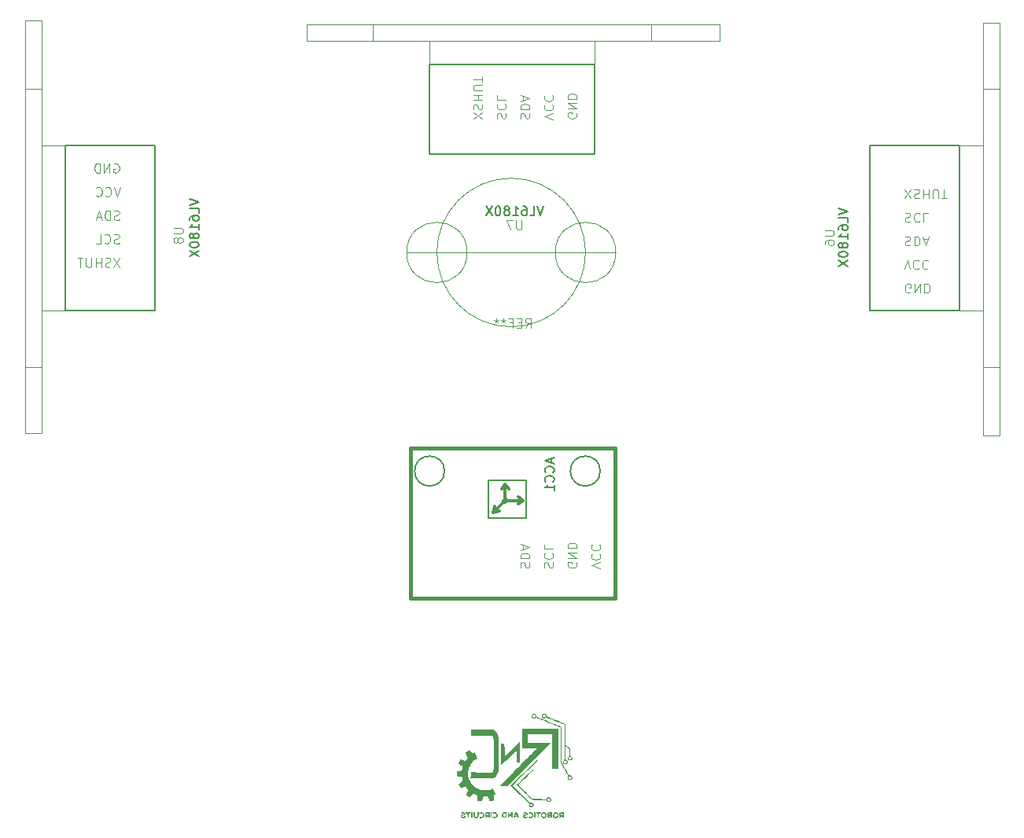
<source format=gbr>
%TF.GenerationSoftware,KiCad,Pcbnew,9.0.0*%
%TF.CreationDate,2025-04-20T11:33:30+05:30*%
%TF.ProjectId,micromouse,6d696372-6f6d-46f7-9573-652e6b696361,rev?*%
%TF.SameCoordinates,Original*%
%TF.FileFunction,Legend,Bot*%
%TF.FilePolarity,Positive*%
%FSLAX46Y46*%
G04 Gerber Fmt 4.6, Leading zero omitted, Abs format (unit mm)*
G04 Created by KiCad (PCBNEW 9.0.0) date 2025-04-20 11:33:30*
%MOMM*%
%LPD*%
G01*
G04 APERTURE LIST*
%ADD10C,0.150000*%
%ADD11C,0.100000*%
%ADD12C,0.406400*%
%ADD13C,0.127000*%
%ADD14C,0.304800*%
%ADD15C,0.000000*%
G04 APERTURE END LIST*
D10*
X138345104Y-66230714D02*
X138345104Y-66706904D01*
X138630819Y-66135476D02*
X137630819Y-66468809D01*
X137630819Y-66468809D02*
X138630819Y-66802142D01*
X138535580Y-67706904D02*
X138583200Y-67659285D01*
X138583200Y-67659285D02*
X138630819Y-67516428D01*
X138630819Y-67516428D02*
X138630819Y-67421190D01*
X138630819Y-67421190D02*
X138583200Y-67278333D01*
X138583200Y-67278333D02*
X138487961Y-67183095D01*
X138487961Y-67183095D02*
X138392723Y-67135476D01*
X138392723Y-67135476D02*
X138202247Y-67087857D01*
X138202247Y-67087857D02*
X138059390Y-67087857D01*
X138059390Y-67087857D02*
X137868914Y-67135476D01*
X137868914Y-67135476D02*
X137773676Y-67183095D01*
X137773676Y-67183095D02*
X137678438Y-67278333D01*
X137678438Y-67278333D02*
X137630819Y-67421190D01*
X137630819Y-67421190D02*
X137630819Y-67516428D01*
X137630819Y-67516428D02*
X137678438Y-67659285D01*
X137678438Y-67659285D02*
X137726057Y-67706904D01*
X138535580Y-68706904D02*
X138583200Y-68659285D01*
X138583200Y-68659285D02*
X138630819Y-68516428D01*
X138630819Y-68516428D02*
X138630819Y-68421190D01*
X138630819Y-68421190D02*
X138583200Y-68278333D01*
X138583200Y-68278333D02*
X138487961Y-68183095D01*
X138487961Y-68183095D02*
X138392723Y-68135476D01*
X138392723Y-68135476D02*
X138202247Y-68087857D01*
X138202247Y-68087857D02*
X138059390Y-68087857D01*
X138059390Y-68087857D02*
X137868914Y-68135476D01*
X137868914Y-68135476D02*
X137773676Y-68183095D01*
X137773676Y-68183095D02*
X137678438Y-68278333D01*
X137678438Y-68278333D02*
X137630819Y-68421190D01*
X137630819Y-68421190D02*
X137630819Y-68516428D01*
X137630819Y-68516428D02*
X137678438Y-68659285D01*
X137678438Y-68659285D02*
X137726057Y-68706904D01*
X138630819Y-69659285D02*
X138630819Y-69087857D01*
X138630819Y-69373571D02*
X137630819Y-69373571D01*
X137630819Y-69373571D02*
X137773676Y-69278333D01*
X137773676Y-69278333D02*
X137868914Y-69183095D01*
X137868914Y-69183095D02*
X137916533Y-69087857D01*
D11*
X141033961Y-77404306D02*
X141081580Y-77499544D01*
X141081580Y-77499544D02*
X141081580Y-77642401D01*
X141081580Y-77642401D02*
X141033961Y-77785258D01*
X141033961Y-77785258D02*
X140938723Y-77880496D01*
X140938723Y-77880496D02*
X140843485Y-77928115D01*
X140843485Y-77928115D02*
X140653009Y-77975734D01*
X140653009Y-77975734D02*
X140510152Y-77975734D01*
X140510152Y-77975734D02*
X140319676Y-77928115D01*
X140319676Y-77928115D02*
X140224438Y-77880496D01*
X140224438Y-77880496D02*
X140129200Y-77785258D01*
X140129200Y-77785258D02*
X140081580Y-77642401D01*
X140081580Y-77642401D02*
X140081580Y-77547163D01*
X140081580Y-77547163D02*
X140129200Y-77404306D01*
X140129200Y-77404306D02*
X140176819Y-77356687D01*
X140176819Y-77356687D02*
X140510152Y-77356687D01*
X140510152Y-77356687D02*
X140510152Y-77547163D01*
X140081580Y-76928115D02*
X141081580Y-76928115D01*
X141081580Y-76928115D02*
X140081580Y-76356687D01*
X140081580Y-76356687D02*
X141081580Y-76356687D01*
X140081580Y-75880496D02*
X141081580Y-75880496D01*
X141081580Y-75880496D02*
X141081580Y-75642401D01*
X141081580Y-75642401D02*
X141033961Y-75499544D01*
X141033961Y-75499544D02*
X140938723Y-75404306D01*
X140938723Y-75404306D02*
X140843485Y-75356687D01*
X140843485Y-75356687D02*
X140653009Y-75309068D01*
X140653009Y-75309068D02*
X140510152Y-75309068D01*
X140510152Y-75309068D02*
X140319676Y-75356687D01*
X140319676Y-75356687D02*
X140224438Y-75404306D01*
X140224438Y-75404306D02*
X140129200Y-75499544D01*
X140129200Y-75499544D02*
X140081580Y-75642401D01*
X140081580Y-75642401D02*
X140081580Y-75880496D01*
X135049200Y-77975734D02*
X135001580Y-77832877D01*
X135001580Y-77832877D02*
X135001580Y-77594782D01*
X135001580Y-77594782D02*
X135049200Y-77499544D01*
X135049200Y-77499544D02*
X135096819Y-77451925D01*
X135096819Y-77451925D02*
X135192057Y-77404306D01*
X135192057Y-77404306D02*
X135287295Y-77404306D01*
X135287295Y-77404306D02*
X135382533Y-77451925D01*
X135382533Y-77451925D02*
X135430152Y-77499544D01*
X135430152Y-77499544D02*
X135477771Y-77594782D01*
X135477771Y-77594782D02*
X135525390Y-77785258D01*
X135525390Y-77785258D02*
X135573009Y-77880496D01*
X135573009Y-77880496D02*
X135620628Y-77928115D01*
X135620628Y-77928115D02*
X135715866Y-77975734D01*
X135715866Y-77975734D02*
X135811104Y-77975734D01*
X135811104Y-77975734D02*
X135906342Y-77928115D01*
X135906342Y-77928115D02*
X135953961Y-77880496D01*
X135953961Y-77880496D02*
X136001580Y-77785258D01*
X136001580Y-77785258D02*
X136001580Y-77547163D01*
X136001580Y-77547163D02*
X135953961Y-77404306D01*
X135001580Y-76975734D02*
X136001580Y-76975734D01*
X136001580Y-76975734D02*
X136001580Y-76737639D01*
X136001580Y-76737639D02*
X135953961Y-76594782D01*
X135953961Y-76594782D02*
X135858723Y-76499544D01*
X135858723Y-76499544D02*
X135763485Y-76451925D01*
X135763485Y-76451925D02*
X135573009Y-76404306D01*
X135573009Y-76404306D02*
X135430152Y-76404306D01*
X135430152Y-76404306D02*
X135239676Y-76451925D01*
X135239676Y-76451925D02*
X135144438Y-76499544D01*
X135144438Y-76499544D02*
X135049200Y-76594782D01*
X135049200Y-76594782D02*
X135001580Y-76737639D01*
X135001580Y-76737639D02*
X135001580Y-76975734D01*
X135287295Y-76023353D02*
X135287295Y-75547163D01*
X135001580Y-76118591D02*
X136001580Y-75785258D01*
X136001580Y-75785258D02*
X135001580Y-75451925D01*
X137589200Y-77975734D02*
X137541580Y-77832877D01*
X137541580Y-77832877D02*
X137541580Y-77594782D01*
X137541580Y-77594782D02*
X137589200Y-77499544D01*
X137589200Y-77499544D02*
X137636819Y-77451925D01*
X137636819Y-77451925D02*
X137732057Y-77404306D01*
X137732057Y-77404306D02*
X137827295Y-77404306D01*
X137827295Y-77404306D02*
X137922533Y-77451925D01*
X137922533Y-77451925D02*
X137970152Y-77499544D01*
X137970152Y-77499544D02*
X138017771Y-77594782D01*
X138017771Y-77594782D02*
X138065390Y-77785258D01*
X138065390Y-77785258D02*
X138113009Y-77880496D01*
X138113009Y-77880496D02*
X138160628Y-77928115D01*
X138160628Y-77928115D02*
X138255866Y-77975734D01*
X138255866Y-77975734D02*
X138351104Y-77975734D01*
X138351104Y-77975734D02*
X138446342Y-77928115D01*
X138446342Y-77928115D02*
X138493961Y-77880496D01*
X138493961Y-77880496D02*
X138541580Y-77785258D01*
X138541580Y-77785258D02*
X138541580Y-77547163D01*
X138541580Y-77547163D02*
X138493961Y-77404306D01*
X137636819Y-76404306D02*
X137589200Y-76451925D01*
X137589200Y-76451925D02*
X137541580Y-76594782D01*
X137541580Y-76594782D02*
X137541580Y-76690020D01*
X137541580Y-76690020D02*
X137589200Y-76832877D01*
X137589200Y-76832877D02*
X137684438Y-76928115D01*
X137684438Y-76928115D02*
X137779676Y-76975734D01*
X137779676Y-76975734D02*
X137970152Y-77023353D01*
X137970152Y-77023353D02*
X138113009Y-77023353D01*
X138113009Y-77023353D02*
X138303485Y-76975734D01*
X138303485Y-76975734D02*
X138398723Y-76928115D01*
X138398723Y-76928115D02*
X138493961Y-76832877D01*
X138493961Y-76832877D02*
X138541580Y-76690020D01*
X138541580Y-76690020D02*
X138541580Y-76594782D01*
X138541580Y-76594782D02*
X138493961Y-76451925D01*
X138493961Y-76451925D02*
X138446342Y-76404306D01*
X137541580Y-75499544D02*
X137541580Y-75975734D01*
X137541580Y-75975734D02*
X138541580Y-75975734D01*
X143621580Y-78070972D02*
X142621580Y-77737639D01*
X142621580Y-77737639D02*
X143621580Y-77404306D01*
X142716819Y-76499544D02*
X142669200Y-76547163D01*
X142669200Y-76547163D02*
X142621580Y-76690020D01*
X142621580Y-76690020D02*
X142621580Y-76785258D01*
X142621580Y-76785258D02*
X142669200Y-76928115D01*
X142669200Y-76928115D02*
X142764438Y-77023353D01*
X142764438Y-77023353D02*
X142859676Y-77070972D01*
X142859676Y-77070972D02*
X143050152Y-77118591D01*
X143050152Y-77118591D02*
X143193009Y-77118591D01*
X143193009Y-77118591D02*
X143383485Y-77070972D01*
X143383485Y-77070972D02*
X143478723Y-77023353D01*
X143478723Y-77023353D02*
X143573961Y-76928115D01*
X143573961Y-76928115D02*
X143621580Y-76785258D01*
X143621580Y-76785258D02*
X143621580Y-76690020D01*
X143621580Y-76690020D02*
X143573961Y-76547163D01*
X143573961Y-76547163D02*
X143526342Y-76499544D01*
X142716819Y-75499544D02*
X142669200Y-75547163D01*
X142669200Y-75547163D02*
X142621580Y-75690020D01*
X142621580Y-75690020D02*
X142621580Y-75785258D01*
X142621580Y-75785258D02*
X142669200Y-75928115D01*
X142669200Y-75928115D02*
X142764438Y-76023353D01*
X142764438Y-76023353D02*
X142859676Y-76070972D01*
X142859676Y-76070972D02*
X143050152Y-76118591D01*
X143050152Y-76118591D02*
X143193009Y-76118591D01*
X143193009Y-76118591D02*
X143383485Y-76070972D01*
X143383485Y-76070972D02*
X143478723Y-76023353D01*
X143478723Y-76023353D02*
X143573961Y-75928115D01*
X143573961Y-75928115D02*
X143621580Y-75785258D01*
X143621580Y-75785258D02*
X143621580Y-75690020D01*
X143621580Y-75690020D02*
X143573961Y-75547163D01*
X143573961Y-75547163D02*
X143526342Y-75499544D01*
X97675419Y-41410095D02*
X98484942Y-41410095D01*
X98484942Y-41410095D02*
X98580180Y-41457714D01*
X98580180Y-41457714D02*
X98627800Y-41505333D01*
X98627800Y-41505333D02*
X98675419Y-41600571D01*
X98675419Y-41600571D02*
X98675419Y-41791047D01*
X98675419Y-41791047D02*
X98627800Y-41886285D01*
X98627800Y-41886285D02*
X98580180Y-41933904D01*
X98580180Y-41933904D02*
X98484942Y-41981523D01*
X98484942Y-41981523D02*
X97675419Y-41981523D01*
X98103990Y-42600571D02*
X98056371Y-42505333D01*
X98056371Y-42505333D02*
X98008752Y-42457714D01*
X98008752Y-42457714D02*
X97913514Y-42410095D01*
X97913514Y-42410095D02*
X97865895Y-42410095D01*
X97865895Y-42410095D02*
X97770657Y-42457714D01*
X97770657Y-42457714D02*
X97723038Y-42505333D01*
X97723038Y-42505333D02*
X97675419Y-42600571D01*
X97675419Y-42600571D02*
X97675419Y-42791047D01*
X97675419Y-42791047D02*
X97723038Y-42886285D01*
X97723038Y-42886285D02*
X97770657Y-42933904D01*
X97770657Y-42933904D02*
X97865895Y-42981523D01*
X97865895Y-42981523D02*
X97913514Y-42981523D01*
X97913514Y-42981523D02*
X98008752Y-42933904D01*
X98008752Y-42933904D02*
X98056371Y-42886285D01*
X98056371Y-42886285D02*
X98103990Y-42791047D01*
X98103990Y-42791047D02*
X98103990Y-42600571D01*
X98103990Y-42600571D02*
X98151609Y-42505333D01*
X98151609Y-42505333D02*
X98199228Y-42457714D01*
X98199228Y-42457714D02*
X98294466Y-42410095D01*
X98294466Y-42410095D02*
X98484942Y-42410095D01*
X98484942Y-42410095D02*
X98580180Y-42457714D01*
X98580180Y-42457714D02*
X98627800Y-42505333D01*
X98627800Y-42505333D02*
X98675419Y-42600571D01*
X98675419Y-42600571D02*
X98675419Y-42791047D01*
X98675419Y-42791047D02*
X98627800Y-42886285D01*
X98627800Y-42886285D02*
X98580180Y-42933904D01*
X98580180Y-42933904D02*
X98484942Y-42981523D01*
X98484942Y-42981523D02*
X98294466Y-42981523D01*
X98294466Y-42981523D02*
X98199228Y-42933904D01*
X98199228Y-42933904D02*
X98151609Y-42886285D01*
X98151609Y-42886285D02*
X98103990Y-42791047D01*
D10*
X99382819Y-38286952D02*
X100382819Y-38620285D01*
X100382819Y-38620285D02*
X99382819Y-38953618D01*
X100382819Y-39763142D02*
X100382819Y-39286952D01*
X100382819Y-39286952D02*
X99382819Y-39286952D01*
X99382819Y-40525047D02*
X99382819Y-40334571D01*
X99382819Y-40334571D02*
X99430438Y-40239333D01*
X99430438Y-40239333D02*
X99478057Y-40191714D01*
X99478057Y-40191714D02*
X99620914Y-40096476D01*
X99620914Y-40096476D02*
X99811390Y-40048857D01*
X99811390Y-40048857D02*
X100192342Y-40048857D01*
X100192342Y-40048857D02*
X100287580Y-40096476D01*
X100287580Y-40096476D02*
X100335200Y-40144095D01*
X100335200Y-40144095D02*
X100382819Y-40239333D01*
X100382819Y-40239333D02*
X100382819Y-40429809D01*
X100382819Y-40429809D02*
X100335200Y-40525047D01*
X100335200Y-40525047D02*
X100287580Y-40572666D01*
X100287580Y-40572666D02*
X100192342Y-40620285D01*
X100192342Y-40620285D02*
X99954247Y-40620285D01*
X99954247Y-40620285D02*
X99859009Y-40572666D01*
X99859009Y-40572666D02*
X99811390Y-40525047D01*
X99811390Y-40525047D02*
X99763771Y-40429809D01*
X99763771Y-40429809D02*
X99763771Y-40239333D01*
X99763771Y-40239333D02*
X99811390Y-40144095D01*
X99811390Y-40144095D02*
X99859009Y-40096476D01*
X99859009Y-40096476D02*
X99954247Y-40048857D01*
X100382819Y-41572666D02*
X100382819Y-41001238D01*
X100382819Y-41286952D02*
X99382819Y-41286952D01*
X99382819Y-41286952D02*
X99525676Y-41191714D01*
X99525676Y-41191714D02*
X99620914Y-41096476D01*
X99620914Y-41096476D02*
X99668533Y-41001238D01*
X99811390Y-42144095D02*
X99763771Y-42048857D01*
X99763771Y-42048857D02*
X99716152Y-42001238D01*
X99716152Y-42001238D02*
X99620914Y-41953619D01*
X99620914Y-41953619D02*
X99573295Y-41953619D01*
X99573295Y-41953619D02*
X99478057Y-42001238D01*
X99478057Y-42001238D02*
X99430438Y-42048857D01*
X99430438Y-42048857D02*
X99382819Y-42144095D01*
X99382819Y-42144095D02*
X99382819Y-42334571D01*
X99382819Y-42334571D02*
X99430438Y-42429809D01*
X99430438Y-42429809D02*
X99478057Y-42477428D01*
X99478057Y-42477428D02*
X99573295Y-42525047D01*
X99573295Y-42525047D02*
X99620914Y-42525047D01*
X99620914Y-42525047D02*
X99716152Y-42477428D01*
X99716152Y-42477428D02*
X99763771Y-42429809D01*
X99763771Y-42429809D02*
X99811390Y-42334571D01*
X99811390Y-42334571D02*
X99811390Y-42144095D01*
X99811390Y-42144095D02*
X99859009Y-42048857D01*
X99859009Y-42048857D02*
X99906628Y-42001238D01*
X99906628Y-42001238D02*
X100001866Y-41953619D01*
X100001866Y-41953619D02*
X100192342Y-41953619D01*
X100192342Y-41953619D02*
X100287580Y-42001238D01*
X100287580Y-42001238D02*
X100335200Y-42048857D01*
X100335200Y-42048857D02*
X100382819Y-42144095D01*
X100382819Y-42144095D02*
X100382819Y-42334571D01*
X100382819Y-42334571D02*
X100335200Y-42429809D01*
X100335200Y-42429809D02*
X100287580Y-42477428D01*
X100287580Y-42477428D02*
X100192342Y-42525047D01*
X100192342Y-42525047D02*
X100001866Y-42525047D01*
X100001866Y-42525047D02*
X99906628Y-42477428D01*
X99906628Y-42477428D02*
X99859009Y-42429809D01*
X99859009Y-42429809D02*
X99811390Y-42334571D01*
X99382819Y-43144095D02*
X99382819Y-43239333D01*
X99382819Y-43239333D02*
X99430438Y-43334571D01*
X99430438Y-43334571D02*
X99478057Y-43382190D01*
X99478057Y-43382190D02*
X99573295Y-43429809D01*
X99573295Y-43429809D02*
X99763771Y-43477428D01*
X99763771Y-43477428D02*
X100001866Y-43477428D01*
X100001866Y-43477428D02*
X100192342Y-43429809D01*
X100192342Y-43429809D02*
X100287580Y-43382190D01*
X100287580Y-43382190D02*
X100335200Y-43334571D01*
X100335200Y-43334571D02*
X100382819Y-43239333D01*
X100382819Y-43239333D02*
X100382819Y-43144095D01*
X100382819Y-43144095D02*
X100335200Y-43048857D01*
X100335200Y-43048857D02*
X100287580Y-43001238D01*
X100287580Y-43001238D02*
X100192342Y-42953619D01*
X100192342Y-42953619D02*
X100001866Y-42906000D01*
X100001866Y-42906000D02*
X99763771Y-42906000D01*
X99763771Y-42906000D02*
X99573295Y-42953619D01*
X99573295Y-42953619D02*
X99478057Y-43001238D01*
X99478057Y-43001238D02*
X99430438Y-43048857D01*
X99430438Y-43048857D02*
X99382819Y-43144095D01*
X99382819Y-43810762D02*
X100382819Y-44477428D01*
X99382819Y-44477428D02*
X100382819Y-43810762D01*
D11*
X91813734Y-43016800D02*
X91670877Y-43064419D01*
X91670877Y-43064419D02*
X91432782Y-43064419D01*
X91432782Y-43064419D02*
X91337544Y-43016800D01*
X91337544Y-43016800D02*
X91289925Y-42969180D01*
X91289925Y-42969180D02*
X91242306Y-42873942D01*
X91242306Y-42873942D02*
X91242306Y-42778704D01*
X91242306Y-42778704D02*
X91289925Y-42683466D01*
X91289925Y-42683466D02*
X91337544Y-42635847D01*
X91337544Y-42635847D02*
X91432782Y-42588228D01*
X91432782Y-42588228D02*
X91623258Y-42540609D01*
X91623258Y-42540609D02*
X91718496Y-42492990D01*
X91718496Y-42492990D02*
X91766115Y-42445371D01*
X91766115Y-42445371D02*
X91813734Y-42350133D01*
X91813734Y-42350133D02*
X91813734Y-42254895D01*
X91813734Y-42254895D02*
X91766115Y-42159657D01*
X91766115Y-42159657D02*
X91718496Y-42112038D01*
X91718496Y-42112038D02*
X91623258Y-42064419D01*
X91623258Y-42064419D02*
X91385163Y-42064419D01*
X91385163Y-42064419D02*
X91242306Y-42112038D01*
X90242306Y-42969180D02*
X90289925Y-43016800D01*
X90289925Y-43016800D02*
X90432782Y-43064419D01*
X90432782Y-43064419D02*
X90528020Y-43064419D01*
X90528020Y-43064419D02*
X90670877Y-43016800D01*
X90670877Y-43016800D02*
X90766115Y-42921561D01*
X90766115Y-42921561D02*
X90813734Y-42826323D01*
X90813734Y-42826323D02*
X90861353Y-42635847D01*
X90861353Y-42635847D02*
X90861353Y-42492990D01*
X90861353Y-42492990D02*
X90813734Y-42302514D01*
X90813734Y-42302514D02*
X90766115Y-42207276D01*
X90766115Y-42207276D02*
X90670877Y-42112038D01*
X90670877Y-42112038D02*
X90528020Y-42064419D01*
X90528020Y-42064419D02*
X90432782Y-42064419D01*
X90432782Y-42064419D02*
X90289925Y-42112038D01*
X90289925Y-42112038D02*
X90242306Y-42159657D01*
X89337544Y-43064419D02*
X89813734Y-43064419D01*
X89813734Y-43064419D02*
X89813734Y-42064419D01*
X91813734Y-40476800D02*
X91670877Y-40524419D01*
X91670877Y-40524419D02*
X91432782Y-40524419D01*
X91432782Y-40524419D02*
X91337544Y-40476800D01*
X91337544Y-40476800D02*
X91289925Y-40429180D01*
X91289925Y-40429180D02*
X91242306Y-40333942D01*
X91242306Y-40333942D02*
X91242306Y-40238704D01*
X91242306Y-40238704D02*
X91289925Y-40143466D01*
X91289925Y-40143466D02*
X91337544Y-40095847D01*
X91337544Y-40095847D02*
X91432782Y-40048228D01*
X91432782Y-40048228D02*
X91623258Y-40000609D01*
X91623258Y-40000609D02*
X91718496Y-39952990D01*
X91718496Y-39952990D02*
X91766115Y-39905371D01*
X91766115Y-39905371D02*
X91813734Y-39810133D01*
X91813734Y-39810133D02*
X91813734Y-39714895D01*
X91813734Y-39714895D02*
X91766115Y-39619657D01*
X91766115Y-39619657D02*
X91718496Y-39572038D01*
X91718496Y-39572038D02*
X91623258Y-39524419D01*
X91623258Y-39524419D02*
X91385163Y-39524419D01*
X91385163Y-39524419D02*
X91242306Y-39572038D01*
X90813734Y-40524419D02*
X90813734Y-39524419D01*
X90813734Y-39524419D02*
X90575639Y-39524419D01*
X90575639Y-39524419D02*
X90432782Y-39572038D01*
X90432782Y-39572038D02*
X90337544Y-39667276D01*
X90337544Y-39667276D02*
X90289925Y-39762514D01*
X90289925Y-39762514D02*
X90242306Y-39952990D01*
X90242306Y-39952990D02*
X90242306Y-40095847D01*
X90242306Y-40095847D02*
X90289925Y-40286323D01*
X90289925Y-40286323D02*
X90337544Y-40381561D01*
X90337544Y-40381561D02*
X90432782Y-40476800D01*
X90432782Y-40476800D02*
X90575639Y-40524419D01*
X90575639Y-40524419D02*
X90813734Y-40524419D01*
X89861353Y-40238704D02*
X89385163Y-40238704D01*
X89956591Y-40524419D02*
X89623258Y-39524419D01*
X89623258Y-39524419D02*
X89289925Y-40524419D01*
X91242306Y-34492038D02*
X91337544Y-34444419D01*
X91337544Y-34444419D02*
X91480401Y-34444419D01*
X91480401Y-34444419D02*
X91623258Y-34492038D01*
X91623258Y-34492038D02*
X91718496Y-34587276D01*
X91718496Y-34587276D02*
X91766115Y-34682514D01*
X91766115Y-34682514D02*
X91813734Y-34872990D01*
X91813734Y-34872990D02*
X91813734Y-35015847D01*
X91813734Y-35015847D02*
X91766115Y-35206323D01*
X91766115Y-35206323D02*
X91718496Y-35301561D01*
X91718496Y-35301561D02*
X91623258Y-35396800D01*
X91623258Y-35396800D02*
X91480401Y-35444419D01*
X91480401Y-35444419D02*
X91385163Y-35444419D01*
X91385163Y-35444419D02*
X91242306Y-35396800D01*
X91242306Y-35396800D02*
X91194687Y-35349180D01*
X91194687Y-35349180D02*
X91194687Y-35015847D01*
X91194687Y-35015847D02*
X91385163Y-35015847D01*
X90766115Y-35444419D02*
X90766115Y-34444419D01*
X90766115Y-34444419D02*
X90194687Y-35444419D01*
X90194687Y-35444419D02*
X90194687Y-34444419D01*
X89718496Y-35444419D02*
X89718496Y-34444419D01*
X89718496Y-34444419D02*
X89480401Y-34444419D01*
X89480401Y-34444419D02*
X89337544Y-34492038D01*
X89337544Y-34492038D02*
X89242306Y-34587276D01*
X89242306Y-34587276D02*
X89194687Y-34682514D01*
X89194687Y-34682514D02*
X89147068Y-34872990D01*
X89147068Y-34872990D02*
X89147068Y-35015847D01*
X89147068Y-35015847D02*
X89194687Y-35206323D01*
X89194687Y-35206323D02*
X89242306Y-35301561D01*
X89242306Y-35301561D02*
X89337544Y-35396800D01*
X89337544Y-35396800D02*
X89480401Y-35444419D01*
X89480401Y-35444419D02*
X89718496Y-35444419D01*
X91861353Y-44604419D02*
X91194687Y-45604419D01*
X91194687Y-44604419D02*
X91861353Y-45604419D01*
X90861353Y-45556800D02*
X90718496Y-45604419D01*
X90718496Y-45604419D02*
X90480401Y-45604419D01*
X90480401Y-45604419D02*
X90385163Y-45556800D01*
X90385163Y-45556800D02*
X90337544Y-45509180D01*
X90337544Y-45509180D02*
X90289925Y-45413942D01*
X90289925Y-45413942D02*
X90289925Y-45318704D01*
X90289925Y-45318704D02*
X90337544Y-45223466D01*
X90337544Y-45223466D02*
X90385163Y-45175847D01*
X90385163Y-45175847D02*
X90480401Y-45128228D01*
X90480401Y-45128228D02*
X90670877Y-45080609D01*
X90670877Y-45080609D02*
X90766115Y-45032990D01*
X90766115Y-45032990D02*
X90813734Y-44985371D01*
X90813734Y-44985371D02*
X90861353Y-44890133D01*
X90861353Y-44890133D02*
X90861353Y-44794895D01*
X90861353Y-44794895D02*
X90813734Y-44699657D01*
X90813734Y-44699657D02*
X90766115Y-44652038D01*
X90766115Y-44652038D02*
X90670877Y-44604419D01*
X90670877Y-44604419D02*
X90432782Y-44604419D01*
X90432782Y-44604419D02*
X90289925Y-44652038D01*
X89861353Y-45604419D02*
X89861353Y-44604419D01*
X89861353Y-45080609D02*
X89289925Y-45080609D01*
X89289925Y-45604419D02*
X89289925Y-44604419D01*
X88813734Y-44604419D02*
X88813734Y-45413942D01*
X88813734Y-45413942D02*
X88766115Y-45509180D01*
X88766115Y-45509180D02*
X88718496Y-45556800D01*
X88718496Y-45556800D02*
X88623258Y-45604419D01*
X88623258Y-45604419D02*
X88432782Y-45604419D01*
X88432782Y-45604419D02*
X88337544Y-45556800D01*
X88337544Y-45556800D02*
X88289925Y-45509180D01*
X88289925Y-45509180D02*
X88242306Y-45413942D01*
X88242306Y-45413942D02*
X88242306Y-44604419D01*
X87908972Y-44604419D02*
X87337544Y-44604419D01*
X87623258Y-45604419D02*
X87623258Y-44604419D01*
X91908972Y-36984419D02*
X91575639Y-37984419D01*
X91575639Y-37984419D02*
X91242306Y-36984419D01*
X90337544Y-37889180D02*
X90385163Y-37936800D01*
X90385163Y-37936800D02*
X90528020Y-37984419D01*
X90528020Y-37984419D02*
X90623258Y-37984419D01*
X90623258Y-37984419D02*
X90766115Y-37936800D01*
X90766115Y-37936800D02*
X90861353Y-37841561D01*
X90861353Y-37841561D02*
X90908972Y-37746323D01*
X90908972Y-37746323D02*
X90956591Y-37555847D01*
X90956591Y-37555847D02*
X90956591Y-37412990D01*
X90956591Y-37412990D02*
X90908972Y-37222514D01*
X90908972Y-37222514D02*
X90861353Y-37127276D01*
X90861353Y-37127276D02*
X90766115Y-37032038D01*
X90766115Y-37032038D02*
X90623258Y-36984419D01*
X90623258Y-36984419D02*
X90528020Y-36984419D01*
X90528020Y-36984419D02*
X90385163Y-37032038D01*
X90385163Y-37032038D02*
X90337544Y-37079657D01*
X89337544Y-37889180D02*
X89385163Y-37936800D01*
X89385163Y-37936800D02*
X89528020Y-37984419D01*
X89528020Y-37984419D02*
X89623258Y-37984419D01*
X89623258Y-37984419D02*
X89766115Y-37936800D01*
X89766115Y-37936800D02*
X89861353Y-37841561D01*
X89861353Y-37841561D02*
X89908972Y-37746323D01*
X89908972Y-37746323D02*
X89956591Y-37555847D01*
X89956591Y-37555847D02*
X89956591Y-37412990D01*
X89956591Y-37412990D02*
X89908972Y-37222514D01*
X89908972Y-37222514D02*
X89861353Y-37127276D01*
X89861353Y-37127276D02*
X89766115Y-37032038D01*
X89766115Y-37032038D02*
X89623258Y-36984419D01*
X89623258Y-36984419D02*
X89528020Y-36984419D01*
X89528020Y-36984419D02*
X89385163Y-37032038D01*
X89385163Y-37032038D02*
X89337544Y-37079657D01*
X135521533Y-52117919D02*
X135854866Y-51641728D01*
X136092961Y-52117919D02*
X136092961Y-51117919D01*
X136092961Y-51117919D02*
X135712009Y-51117919D01*
X135712009Y-51117919D02*
X135616771Y-51165538D01*
X135616771Y-51165538D02*
X135569152Y-51213157D01*
X135569152Y-51213157D02*
X135521533Y-51308395D01*
X135521533Y-51308395D02*
X135521533Y-51451252D01*
X135521533Y-51451252D02*
X135569152Y-51546490D01*
X135569152Y-51546490D02*
X135616771Y-51594109D01*
X135616771Y-51594109D02*
X135712009Y-51641728D01*
X135712009Y-51641728D02*
X136092961Y-51641728D01*
X135092961Y-51594109D02*
X134759628Y-51594109D01*
X134616771Y-52117919D02*
X135092961Y-52117919D01*
X135092961Y-52117919D02*
X135092961Y-51117919D01*
X135092961Y-51117919D02*
X134616771Y-51117919D01*
X133854866Y-51594109D02*
X134188199Y-51594109D01*
X134188199Y-52117919D02*
X134188199Y-51117919D01*
X134188199Y-51117919D02*
X133712009Y-51117919D01*
X133188199Y-51117919D02*
X133188199Y-51356014D01*
X133426294Y-51260776D02*
X133188199Y-51356014D01*
X133188199Y-51356014D02*
X132950104Y-51260776D01*
X133331056Y-51546490D02*
X133188199Y-51356014D01*
X133188199Y-51356014D02*
X133045342Y-51546490D01*
X132426294Y-51117919D02*
X132426294Y-51356014D01*
X132664389Y-51260776D02*
X132426294Y-51356014D01*
X132426294Y-51356014D02*
X132188199Y-51260776D01*
X132569151Y-51546490D02*
X132426294Y-51356014D01*
X132426294Y-51356014D02*
X132283437Y-51546490D01*
X167755919Y-41668095D02*
X168565442Y-41668095D01*
X168565442Y-41668095D02*
X168660680Y-41715714D01*
X168660680Y-41715714D02*
X168708300Y-41763333D01*
X168708300Y-41763333D02*
X168755919Y-41858571D01*
X168755919Y-41858571D02*
X168755919Y-42049047D01*
X168755919Y-42049047D02*
X168708300Y-42144285D01*
X168708300Y-42144285D02*
X168660680Y-42191904D01*
X168660680Y-42191904D02*
X168565442Y-42239523D01*
X168565442Y-42239523D02*
X167755919Y-42239523D01*
X167755919Y-43144285D02*
X167755919Y-42953809D01*
X167755919Y-42953809D02*
X167803538Y-42858571D01*
X167803538Y-42858571D02*
X167851157Y-42810952D01*
X167851157Y-42810952D02*
X167994014Y-42715714D01*
X167994014Y-42715714D02*
X168184490Y-42668095D01*
X168184490Y-42668095D02*
X168565442Y-42668095D01*
X168565442Y-42668095D02*
X168660680Y-42715714D01*
X168660680Y-42715714D02*
X168708300Y-42763333D01*
X168708300Y-42763333D02*
X168755919Y-42858571D01*
X168755919Y-42858571D02*
X168755919Y-43049047D01*
X168755919Y-43049047D02*
X168708300Y-43144285D01*
X168708300Y-43144285D02*
X168660680Y-43191904D01*
X168660680Y-43191904D02*
X168565442Y-43239523D01*
X168565442Y-43239523D02*
X168327347Y-43239523D01*
X168327347Y-43239523D02*
X168232109Y-43191904D01*
X168232109Y-43191904D02*
X168184490Y-43144285D01*
X168184490Y-43144285D02*
X168136871Y-43049047D01*
X168136871Y-43049047D02*
X168136871Y-42858571D01*
X168136871Y-42858571D02*
X168184490Y-42763333D01*
X168184490Y-42763333D02*
X168232109Y-42715714D01*
X168232109Y-42715714D02*
X168327347Y-42668095D01*
D10*
X169253319Y-39310952D02*
X170253319Y-39644285D01*
X170253319Y-39644285D02*
X169253319Y-39977618D01*
X170253319Y-40787142D02*
X170253319Y-40310952D01*
X170253319Y-40310952D02*
X169253319Y-40310952D01*
X169253319Y-41549047D02*
X169253319Y-41358571D01*
X169253319Y-41358571D02*
X169300938Y-41263333D01*
X169300938Y-41263333D02*
X169348557Y-41215714D01*
X169348557Y-41215714D02*
X169491414Y-41120476D01*
X169491414Y-41120476D02*
X169681890Y-41072857D01*
X169681890Y-41072857D02*
X170062842Y-41072857D01*
X170062842Y-41072857D02*
X170158080Y-41120476D01*
X170158080Y-41120476D02*
X170205700Y-41168095D01*
X170205700Y-41168095D02*
X170253319Y-41263333D01*
X170253319Y-41263333D02*
X170253319Y-41453809D01*
X170253319Y-41453809D02*
X170205700Y-41549047D01*
X170205700Y-41549047D02*
X170158080Y-41596666D01*
X170158080Y-41596666D02*
X170062842Y-41644285D01*
X170062842Y-41644285D02*
X169824747Y-41644285D01*
X169824747Y-41644285D02*
X169729509Y-41596666D01*
X169729509Y-41596666D02*
X169681890Y-41549047D01*
X169681890Y-41549047D02*
X169634271Y-41453809D01*
X169634271Y-41453809D02*
X169634271Y-41263333D01*
X169634271Y-41263333D02*
X169681890Y-41168095D01*
X169681890Y-41168095D02*
X169729509Y-41120476D01*
X169729509Y-41120476D02*
X169824747Y-41072857D01*
X170253319Y-42596666D02*
X170253319Y-42025238D01*
X170253319Y-42310952D02*
X169253319Y-42310952D01*
X169253319Y-42310952D02*
X169396176Y-42215714D01*
X169396176Y-42215714D02*
X169491414Y-42120476D01*
X169491414Y-42120476D02*
X169539033Y-42025238D01*
X169681890Y-43168095D02*
X169634271Y-43072857D01*
X169634271Y-43072857D02*
X169586652Y-43025238D01*
X169586652Y-43025238D02*
X169491414Y-42977619D01*
X169491414Y-42977619D02*
X169443795Y-42977619D01*
X169443795Y-42977619D02*
X169348557Y-43025238D01*
X169348557Y-43025238D02*
X169300938Y-43072857D01*
X169300938Y-43072857D02*
X169253319Y-43168095D01*
X169253319Y-43168095D02*
X169253319Y-43358571D01*
X169253319Y-43358571D02*
X169300938Y-43453809D01*
X169300938Y-43453809D02*
X169348557Y-43501428D01*
X169348557Y-43501428D02*
X169443795Y-43549047D01*
X169443795Y-43549047D02*
X169491414Y-43549047D01*
X169491414Y-43549047D02*
X169586652Y-43501428D01*
X169586652Y-43501428D02*
X169634271Y-43453809D01*
X169634271Y-43453809D02*
X169681890Y-43358571D01*
X169681890Y-43358571D02*
X169681890Y-43168095D01*
X169681890Y-43168095D02*
X169729509Y-43072857D01*
X169729509Y-43072857D02*
X169777128Y-43025238D01*
X169777128Y-43025238D02*
X169872366Y-42977619D01*
X169872366Y-42977619D02*
X170062842Y-42977619D01*
X170062842Y-42977619D02*
X170158080Y-43025238D01*
X170158080Y-43025238D02*
X170205700Y-43072857D01*
X170205700Y-43072857D02*
X170253319Y-43168095D01*
X170253319Y-43168095D02*
X170253319Y-43358571D01*
X170253319Y-43358571D02*
X170205700Y-43453809D01*
X170205700Y-43453809D02*
X170158080Y-43501428D01*
X170158080Y-43501428D02*
X170062842Y-43549047D01*
X170062842Y-43549047D02*
X169872366Y-43549047D01*
X169872366Y-43549047D02*
X169777128Y-43501428D01*
X169777128Y-43501428D02*
X169729509Y-43453809D01*
X169729509Y-43453809D02*
X169681890Y-43358571D01*
X169253319Y-44168095D02*
X169253319Y-44263333D01*
X169253319Y-44263333D02*
X169300938Y-44358571D01*
X169300938Y-44358571D02*
X169348557Y-44406190D01*
X169348557Y-44406190D02*
X169443795Y-44453809D01*
X169443795Y-44453809D02*
X169634271Y-44501428D01*
X169634271Y-44501428D02*
X169872366Y-44501428D01*
X169872366Y-44501428D02*
X170062842Y-44453809D01*
X170062842Y-44453809D02*
X170158080Y-44406190D01*
X170158080Y-44406190D02*
X170205700Y-44358571D01*
X170205700Y-44358571D02*
X170253319Y-44263333D01*
X170253319Y-44263333D02*
X170253319Y-44168095D01*
X170253319Y-44168095D02*
X170205700Y-44072857D01*
X170205700Y-44072857D02*
X170158080Y-44025238D01*
X170158080Y-44025238D02*
X170062842Y-43977619D01*
X170062842Y-43977619D02*
X169872366Y-43930000D01*
X169872366Y-43930000D02*
X169634271Y-43930000D01*
X169634271Y-43930000D02*
X169443795Y-43977619D01*
X169443795Y-43977619D02*
X169348557Y-44025238D01*
X169348557Y-44025238D02*
X169300938Y-44072857D01*
X169300938Y-44072857D02*
X169253319Y-44168095D01*
X169253319Y-44834762D02*
X170253319Y-45501428D01*
X169253319Y-45501428D02*
X170253319Y-44834762D01*
D11*
X176981693Y-48319961D02*
X176886455Y-48367580D01*
X176886455Y-48367580D02*
X176743598Y-48367580D01*
X176743598Y-48367580D02*
X176600741Y-48319961D01*
X176600741Y-48319961D02*
X176505503Y-48224723D01*
X176505503Y-48224723D02*
X176457884Y-48129485D01*
X176457884Y-48129485D02*
X176410265Y-47939009D01*
X176410265Y-47939009D02*
X176410265Y-47796152D01*
X176410265Y-47796152D02*
X176457884Y-47605676D01*
X176457884Y-47605676D02*
X176505503Y-47510438D01*
X176505503Y-47510438D02*
X176600741Y-47415200D01*
X176600741Y-47415200D02*
X176743598Y-47367580D01*
X176743598Y-47367580D02*
X176838836Y-47367580D01*
X176838836Y-47367580D02*
X176981693Y-47415200D01*
X176981693Y-47415200D02*
X177029312Y-47462819D01*
X177029312Y-47462819D02*
X177029312Y-47796152D01*
X177029312Y-47796152D02*
X176838836Y-47796152D01*
X177457884Y-47367580D02*
X177457884Y-48367580D01*
X177457884Y-48367580D02*
X178029312Y-47367580D01*
X178029312Y-47367580D02*
X178029312Y-48367580D01*
X178505503Y-47367580D02*
X178505503Y-48367580D01*
X178505503Y-48367580D02*
X178743598Y-48367580D01*
X178743598Y-48367580D02*
X178886455Y-48319961D01*
X178886455Y-48319961D02*
X178981693Y-48224723D01*
X178981693Y-48224723D02*
X179029312Y-48129485D01*
X179029312Y-48129485D02*
X179076931Y-47939009D01*
X179076931Y-47939009D02*
X179076931Y-47796152D01*
X179076931Y-47796152D02*
X179029312Y-47605676D01*
X179029312Y-47605676D02*
X178981693Y-47510438D01*
X178981693Y-47510438D02*
X178886455Y-47415200D01*
X178886455Y-47415200D02*
X178743598Y-47367580D01*
X178743598Y-47367580D02*
X178505503Y-47367580D01*
X176410265Y-42335200D02*
X176553122Y-42287580D01*
X176553122Y-42287580D02*
X176791217Y-42287580D01*
X176791217Y-42287580D02*
X176886455Y-42335200D01*
X176886455Y-42335200D02*
X176934074Y-42382819D01*
X176934074Y-42382819D02*
X176981693Y-42478057D01*
X176981693Y-42478057D02*
X176981693Y-42573295D01*
X176981693Y-42573295D02*
X176934074Y-42668533D01*
X176934074Y-42668533D02*
X176886455Y-42716152D01*
X176886455Y-42716152D02*
X176791217Y-42763771D01*
X176791217Y-42763771D02*
X176600741Y-42811390D01*
X176600741Y-42811390D02*
X176505503Y-42859009D01*
X176505503Y-42859009D02*
X176457884Y-42906628D01*
X176457884Y-42906628D02*
X176410265Y-43001866D01*
X176410265Y-43001866D02*
X176410265Y-43097104D01*
X176410265Y-43097104D02*
X176457884Y-43192342D01*
X176457884Y-43192342D02*
X176505503Y-43239961D01*
X176505503Y-43239961D02*
X176600741Y-43287580D01*
X176600741Y-43287580D02*
X176838836Y-43287580D01*
X176838836Y-43287580D02*
X176981693Y-43239961D01*
X177410265Y-42287580D02*
X177410265Y-43287580D01*
X177410265Y-43287580D02*
X177648360Y-43287580D01*
X177648360Y-43287580D02*
X177791217Y-43239961D01*
X177791217Y-43239961D02*
X177886455Y-43144723D01*
X177886455Y-43144723D02*
X177934074Y-43049485D01*
X177934074Y-43049485D02*
X177981693Y-42859009D01*
X177981693Y-42859009D02*
X177981693Y-42716152D01*
X177981693Y-42716152D02*
X177934074Y-42525676D01*
X177934074Y-42525676D02*
X177886455Y-42430438D01*
X177886455Y-42430438D02*
X177791217Y-42335200D01*
X177791217Y-42335200D02*
X177648360Y-42287580D01*
X177648360Y-42287580D02*
X177410265Y-42287580D01*
X178362646Y-42573295D02*
X178838836Y-42573295D01*
X178267408Y-42287580D02*
X178600741Y-43287580D01*
X178600741Y-43287580D02*
X178934074Y-42287580D01*
X176410265Y-39795200D02*
X176553122Y-39747580D01*
X176553122Y-39747580D02*
X176791217Y-39747580D01*
X176791217Y-39747580D02*
X176886455Y-39795200D01*
X176886455Y-39795200D02*
X176934074Y-39842819D01*
X176934074Y-39842819D02*
X176981693Y-39938057D01*
X176981693Y-39938057D02*
X176981693Y-40033295D01*
X176981693Y-40033295D02*
X176934074Y-40128533D01*
X176934074Y-40128533D02*
X176886455Y-40176152D01*
X176886455Y-40176152D02*
X176791217Y-40223771D01*
X176791217Y-40223771D02*
X176600741Y-40271390D01*
X176600741Y-40271390D02*
X176505503Y-40319009D01*
X176505503Y-40319009D02*
X176457884Y-40366628D01*
X176457884Y-40366628D02*
X176410265Y-40461866D01*
X176410265Y-40461866D02*
X176410265Y-40557104D01*
X176410265Y-40557104D02*
X176457884Y-40652342D01*
X176457884Y-40652342D02*
X176505503Y-40699961D01*
X176505503Y-40699961D02*
X176600741Y-40747580D01*
X176600741Y-40747580D02*
X176838836Y-40747580D01*
X176838836Y-40747580D02*
X176981693Y-40699961D01*
X177981693Y-39842819D02*
X177934074Y-39795200D01*
X177934074Y-39795200D02*
X177791217Y-39747580D01*
X177791217Y-39747580D02*
X177695979Y-39747580D01*
X177695979Y-39747580D02*
X177553122Y-39795200D01*
X177553122Y-39795200D02*
X177457884Y-39890438D01*
X177457884Y-39890438D02*
X177410265Y-39985676D01*
X177410265Y-39985676D02*
X177362646Y-40176152D01*
X177362646Y-40176152D02*
X177362646Y-40319009D01*
X177362646Y-40319009D02*
X177410265Y-40509485D01*
X177410265Y-40509485D02*
X177457884Y-40604723D01*
X177457884Y-40604723D02*
X177553122Y-40699961D01*
X177553122Y-40699961D02*
X177695979Y-40747580D01*
X177695979Y-40747580D02*
X177791217Y-40747580D01*
X177791217Y-40747580D02*
X177934074Y-40699961D01*
X177934074Y-40699961D02*
X177981693Y-40652342D01*
X178886455Y-39747580D02*
X178410265Y-39747580D01*
X178410265Y-39747580D02*
X178410265Y-40747580D01*
X176362646Y-38207580D02*
X177029312Y-37207580D01*
X177029312Y-38207580D02*
X176362646Y-37207580D01*
X177362646Y-37255200D02*
X177505503Y-37207580D01*
X177505503Y-37207580D02*
X177743598Y-37207580D01*
X177743598Y-37207580D02*
X177838836Y-37255200D01*
X177838836Y-37255200D02*
X177886455Y-37302819D01*
X177886455Y-37302819D02*
X177934074Y-37398057D01*
X177934074Y-37398057D02*
X177934074Y-37493295D01*
X177934074Y-37493295D02*
X177886455Y-37588533D01*
X177886455Y-37588533D02*
X177838836Y-37636152D01*
X177838836Y-37636152D02*
X177743598Y-37683771D01*
X177743598Y-37683771D02*
X177553122Y-37731390D01*
X177553122Y-37731390D02*
X177457884Y-37779009D01*
X177457884Y-37779009D02*
X177410265Y-37826628D01*
X177410265Y-37826628D02*
X177362646Y-37921866D01*
X177362646Y-37921866D02*
X177362646Y-38017104D01*
X177362646Y-38017104D02*
X177410265Y-38112342D01*
X177410265Y-38112342D02*
X177457884Y-38159961D01*
X177457884Y-38159961D02*
X177553122Y-38207580D01*
X177553122Y-38207580D02*
X177791217Y-38207580D01*
X177791217Y-38207580D02*
X177934074Y-38159961D01*
X178362646Y-37207580D02*
X178362646Y-38207580D01*
X178362646Y-37731390D02*
X178934074Y-37731390D01*
X178934074Y-37207580D02*
X178934074Y-38207580D01*
X179410265Y-38207580D02*
X179410265Y-37398057D01*
X179410265Y-37398057D02*
X179457884Y-37302819D01*
X179457884Y-37302819D02*
X179505503Y-37255200D01*
X179505503Y-37255200D02*
X179600741Y-37207580D01*
X179600741Y-37207580D02*
X179791217Y-37207580D01*
X179791217Y-37207580D02*
X179886455Y-37255200D01*
X179886455Y-37255200D02*
X179934074Y-37302819D01*
X179934074Y-37302819D02*
X179981693Y-37398057D01*
X179981693Y-37398057D02*
X179981693Y-38207580D01*
X180315027Y-38207580D02*
X180886455Y-38207580D01*
X180600741Y-37207580D02*
X180600741Y-38207580D01*
X176315027Y-45827580D02*
X176648360Y-44827580D01*
X176648360Y-44827580D02*
X176981693Y-45827580D01*
X177886455Y-44922819D02*
X177838836Y-44875200D01*
X177838836Y-44875200D02*
X177695979Y-44827580D01*
X177695979Y-44827580D02*
X177600741Y-44827580D01*
X177600741Y-44827580D02*
X177457884Y-44875200D01*
X177457884Y-44875200D02*
X177362646Y-44970438D01*
X177362646Y-44970438D02*
X177315027Y-45065676D01*
X177315027Y-45065676D02*
X177267408Y-45256152D01*
X177267408Y-45256152D02*
X177267408Y-45399009D01*
X177267408Y-45399009D02*
X177315027Y-45589485D01*
X177315027Y-45589485D02*
X177362646Y-45684723D01*
X177362646Y-45684723D02*
X177457884Y-45779961D01*
X177457884Y-45779961D02*
X177600741Y-45827580D01*
X177600741Y-45827580D02*
X177695979Y-45827580D01*
X177695979Y-45827580D02*
X177838836Y-45779961D01*
X177838836Y-45779961D02*
X177886455Y-45732342D01*
X178886455Y-44922819D02*
X178838836Y-44875200D01*
X178838836Y-44875200D02*
X178695979Y-44827580D01*
X178695979Y-44827580D02*
X178600741Y-44827580D01*
X178600741Y-44827580D02*
X178457884Y-44875200D01*
X178457884Y-44875200D02*
X178362646Y-44970438D01*
X178362646Y-44970438D02*
X178315027Y-45065676D01*
X178315027Y-45065676D02*
X178267408Y-45256152D01*
X178267408Y-45256152D02*
X178267408Y-45399009D01*
X178267408Y-45399009D02*
X178315027Y-45589485D01*
X178315027Y-45589485D02*
X178362646Y-45684723D01*
X178362646Y-45684723D02*
X178457884Y-45779961D01*
X178457884Y-45779961D02*
X178600741Y-45827580D01*
X178600741Y-45827580D02*
X178695979Y-45827580D01*
X178695979Y-45827580D02*
X178838836Y-45779961D01*
X178838836Y-45779961D02*
X178886455Y-45732342D01*
X135131904Y-40561419D02*
X135131904Y-41370942D01*
X135131904Y-41370942D02*
X135084285Y-41466180D01*
X135084285Y-41466180D02*
X135036666Y-41513800D01*
X135036666Y-41513800D02*
X134941428Y-41561419D01*
X134941428Y-41561419D02*
X134750952Y-41561419D01*
X134750952Y-41561419D02*
X134655714Y-41513800D01*
X134655714Y-41513800D02*
X134608095Y-41466180D01*
X134608095Y-41466180D02*
X134560476Y-41370942D01*
X134560476Y-41370942D02*
X134560476Y-40561419D01*
X134179523Y-40561419D02*
X133512857Y-40561419D01*
X133512857Y-40561419D02*
X133941428Y-41561419D01*
D10*
X137489047Y-39058819D02*
X137155714Y-40058819D01*
X137155714Y-40058819D02*
X136822381Y-39058819D01*
X136012857Y-40058819D02*
X136489047Y-40058819D01*
X136489047Y-40058819D02*
X136489047Y-39058819D01*
X135250952Y-39058819D02*
X135441428Y-39058819D01*
X135441428Y-39058819D02*
X135536666Y-39106438D01*
X135536666Y-39106438D02*
X135584285Y-39154057D01*
X135584285Y-39154057D02*
X135679523Y-39296914D01*
X135679523Y-39296914D02*
X135727142Y-39487390D01*
X135727142Y-39487390D02*
X135727142Y-39868342D01*
X135727142Y-39868342D02*
X135679523Y-39963580D01*
X135679523Y-39963580D02*
X135631904Y-40011200D01*
X135631904Y-40011200D02*
X135536666Y-40058819D01*
X135536666Y-40058819D02*
X135346190Y-40058819D01*
X135346190Y-40058819D02*
X135250952Y-40011200D01*
X135250952Y-40011200D02*
X135203333Y-39963580D01*
X135203333Y-39963580D02*
X135155714Y-39868342D01*
X135155714Y-39868342D02*
X135155714Y-39630247D01*
X135155714Y-39630247D02*
X135203333Y-39535009D01*
X135203333Y-39535009D02*
X135250952Y-39487390D01*
X135250952Y-39487390D02*
X135346190Y-39439771D01*
X135346190Y-39439771D02*
X135536666Y-39439771D01*
X135536666Y-39439771D02*
X135631904Y-39487390D01*
X135631904Y-39487390D02*
X135679523Y-39535009D01*
X135679523Y-39535009D02*
X135727142Y-39630247D01*
X134203333Y-40058819D02*
X134774761Y-40058819D01*
X134489047Y-40058819D02*
X134489047Y-39058819D01*
X134489047Y-39058819D02*
X134584285Y-39201676D01*
X134584285Y-39201676D02*
X134679523Y-39296914D01*
X134679523Y-39296914D02*
X134774761Y-39344533D01*
X133631904Y-39487390D02*
X133727142Y-39439771D01*
X133727142Y-39439771D02*
X133774761Y-39392152D01*
X133774761Y-39392152D02*
X133822380Y-39296914D01*
X133822380Y-39296914D02*
X133822380Y-39249295D01*
X133822380Y-39249295D02*
X133774761Y-39154057D01*
X133774761Y-39154057D02*
X133727142Y-39106438D01*
X133727142Y-39106438D02*
X133631904Y-39058819D01*
X133631904Y-39058819D02*
X133441428Y-39058819D01*
X133441428Y-39058819D02*
X133346190Y-39106438D01*
X133346190Y-39106438D02*
X133298571Y-39154057D01*
X133298571Y-39154057D02*
X133250952Y-39249295D01*
X133250952Y-39249295D02*
X133250952Y-39296914D01*
X133250952Y-39296914D02*
X133298571Y-39392152D01*
X133298571Y-39392152D02*
X133346190Y-39439771D01*
X133346190Y-39439771D02*
X133441428Y-39487390D01*
X133441428Y-39487390D02*
X133631904Y-39487390D01*
X133631904Y-39487390D02*
X133727142Y-39535009D01*
X133727142Y-39535009D02*
X133774761Y-39582628D01*
X133774761Y-39582628D02*
X133822380Y-39677866D01*
X133822380Y-39677866D02*
X133822380Y-39868342D01*
X133822380Y-39868342D02*
X133774761Y-39963580D01*
X133774761Y-39963580D02*
X133727142Y-40011200D01*
X133727142Y-40011200D02*
X133631904Y-40058819D01*
X133631904Y-40058819D02*
X133441428Y-40058819D01*
X133441428Y-40058819D02*
X133346190Y-40011200D01*
X133346190Y-40011200D02*
X133298571Y-39963580D01*
X133298571Y-39963580D02*
X133250952Y-39868342D01*
X133250952Y-39868342D02*
X133250952Y-39677866D01*
X133250952Y-39677866D02*
X133298571Y-39582628D01*
X133298571Y-39582628D02*
X133346190Y-39535009D01*
X133346190Y-39535009D02*
X133441428Y-39487390D01*
X132631904Y-39058819D02*
X132536666Y-39058819D01*
X132536666Y-39058819D02*
X132441428Y-39106438D01*
X132441428Y-39106438D02*
X132393809Y-39154057D01*
X132393809Y-39154057D02*
X132346190Y-39249295D01*
X132346190Y-39249295D02*
X132298571Y-39439771D01*
X132298571Y-39439771D02*
X132298571Y-39677866D01*
X132298571Y-39677866D02*
X132346190Y-39868342D01*
X132346190Y-39868342D02*
X132393809Y-39963580D01*
X132393809Y-39963580D02*
X132441428Y-40011200D01*
X132441428Y-40011200D02*
X132536666Y-40058819D01*
X132536666Y-40058819D02*
X132631904Y-40058819D01*
X132631904Y-40058819D02*
X132727142Y-40011200D01*
X132727142Y-40011200D02*
X132774761Y-39963580D01*
X132774761Y-39963580D02*
X132822380Y-39868342D01*
X132822380Y-39868342D02*
X132869999Y-39677866D01*
X132869999Y-39677866D02*
X132869999Y-39439771D01*
X132869999Y-39439771D02*
X132822380Y-39249295D01*
X132822380Y-39249295D02*
X132774761Y-39154057D01*
X132774761Y-39154057D02*
X132727142Y-39106438D01*
X132727142Y-39106438D02*
X132631904Y-39058819D01*
X131965237Y-39058819D02*
X131298571Y-40058819D01*
X131298571Y-39058819D02*
X131965237Y-40058819D01*
D11*
X132505200Y-29583734D02*
X132457580Y-29440877D01*
X132457580Y-29440877D02*
X132457580Y-29202782D01*
X132457580Y-29202782D02*
X132505200Y-29107544D01*
X132505200Y-29107544D02*
X132552819Y-29059925D01*
X132552819Y-29059925D02*
X132648057Y-29012306D01*
X132648057Y-29012306D02*
X132743295Y-29012306D01*
X132743295Y-29012306D02*
X132838533Y-29059925D01*
X132838533Y-29059925D02*
X132886152Y-29107544D01*
X132886152Y-29107544D02*
X132933771Y-29202782D01*
X132933771Y-29202782D02*
X132981390Y-29393258D01*
X132981390Y-29393258D02*
X133029009Y-29488496D01*
X133029009Y-29488496D02*
X133076628Y-29536115D01*
X133076628Y-29536115D02*
X133171866Y-29583734D01*
X133171866Y-29583734D02*
X133267104Y-29583734D01*
X133267104Y-29583734D02*
X133362342Y-29536115D01*
X133362342Y-29536115D02*
X133409961Y-29488496D01*
X133409961Y-29488496D02*
X133457580Y-29393258D01*
X133457580Y-29393258D02*
X133457580Y-29155163D01*
X133457580Y-29155163D02*
X133409961Y-29012306D01*
X132552819Y-28012306D02*
X132505200Y-28059925D01*
X132505200Y-28059925D02*
X132457580Y-28202782D01*
X132457580Y-28202782D02*
X132457580Y-28298020D01*
X132457580Y-28298020D02*
X132505200Y-28440877D01*
X132505200Y-28440877D02*
X132600438Y-28536115D01*
X132600438Y-28536115D02*
X132695676Y-28583734D01*
X132695676Y-28583734D02*
X132886152Y-28631353D01*
X132886152Y-28631353D02*
X133029009Y-28631353D01*
X133029009Y-28631353D02*
X133219485Y-28583734D01*
X133219485Y-28583734D02*
X133314723Y-28536115D01*
X133314723Y-28536115D02*
X133409961Y-28440877D01*
X133409961Y-28440877D02*
X133457580Y-28298020D01*
X133457580Y-28298020D02*
X133457580Y-28202782D01*
X133457580Y-28202782D02*
X133409961Y-28059925D01*
X133409961Y-28059925D02*
X133362342Y-28012306D01*
X132457580Y-27107544D02*
X132457580Y-27583734D01*
X132457580Y-27583734D02*
X133457580Y-27583734D01*
X130917580Y-29631353D02*
X129917580Y-28964687D01*
X130917580Y-28964687D02*
X129917580Y-29631353D01*
X129965200Y-28631353D02*
X129917580Y-28488496D01*
X129917580Y-28488496D02*
X129917580Y-28250401D01*
X129917580Y-28250401D02*
X129965200Y-28155163D01*
X129965200Y-28155163D02*
X130012819Y-28107544D01*
X130012819Y-28107544D02*
X130108057Y-28059925D01*
X130108057Y-28059925D02*
X130203295Y-28059925D01*
X130203295Y-28059925D02*
X130298533Y-28107544D01*
X130298533Y-28107544D02*
X130346152Y-28155163D01*
X130346152Y-28155163D02*
X130393771Y-28250401D01*
X130393771Y-28250401D02*
X130441390Y-28440877D01*
X130441390Y-28440877D02*
X130489009Y-28536115D01*
X130489009Y-28536115D02*
X130536628Y-28583734D01*
X130536628Y-28583734D02*
X130631866Y-28631353D01*
X130631866Y-28631353D02*
X130727104Y-28631353D01*
X130727104Y-28631353D02*
X130822342Y-28583734D01*
X130822342Y-28583734D02*
X130869961Y-28536115D01*
X130869961Y-28536115D02*
X130917580Y-28440877D01*
X130917580Y-28440877D02*
X130917580Y-28202782D01*
X130917580Y-28202782D02*
X130869961Y-28059925D01*
X129917580Y-27631353D02*
X130917580Y-27631353D01*
X130441390Y-27631353D02*
X130441390Y-27059925D01*
X129917580Y-27059925D02*
X130917580Y-27059925D01*
X130917580Y-26583734D02*
X130108057Y-26583734D01*
X130108057Y-26583734D02*
X130012819Y-26536115D01*
X130012819Y-26536115D02*
X129965200Y-26488496D01*
X129965200Y-26488496D02*
X129917580Y-26393258D01*
X129917580Y-26393258D02*
X129917580Y-26202782D01*
X129917580Y-26202782D02*
X129965200Y-26107544D01*
X129965200Y-26107544D02*
X130012819Y-26059925D01*
X130012819Y-26059925D02*
X130108057Y-26012306D01*
X130108057Y-26012306D02*
X130917580Y-26012306D01*
X130917580Y-25678972D02*
X130917580Y-25107544D01*
X129917580Y-25393258D02*
X130917580Y-25393258D01*
X138537580Y-29678972D02*
X137537580Y-29345639D01*
X137537580Y-29345639D02*
X138537580Y-29012306D01*
X137632819Y-28107544D02*
X137585200Y-28155163D01*
X137585200Y-28155163D02*
X137537580Y-28298020D01*
X137537580Y-28298020D02*
X137537580Y-28393258D01*
X137537580Y-28393258D02*
X137585200Y-28536115D01*
X137585200Y-28536115D02*
X137680438Y-28631353D01*
X137680438Y-28631353D02*
X137775676Y-28678972D01*
X137775676Y-28678972D02*
X137966152Y-28726591D01*
X137966152Y-28726591D02*
X138109009Y-28726591D01*
X138109009Y-28726591D02*
X138299485Y-28678972D01*
X138299485Y-28678972D02*
X138394723Y-28631353D01*
X138394723Y-28631353D02*
X138489961Y-28536115D01*
X138489961Y-28536115D02*
X138537580Y-28393258D01*
X138537580Y-28393258D02*
X138537580Y-28298020D01*
X138537580Y-28298020D02*
X138489961Y-28155163D01*
X138489961Y-28155163D02*
X138442342Y-28107544D01*
X137632819Y-27107544D02*
X137585200Y-27155163D01*
X137585200Y-27155163D02*
X137537580Y-27298020D01*
X137537580Y-27298020D02*
X137537580Y-27393258D01*
X137537580Y-27393258D02*
X137585200Y-27536115D01*
X137585200Y-27536115D02*
X137680438Y-27631353D01*
X137680438Y-27631353D02*
X137775676Y-27678972D01*
X137775676Y-27678972D02*
X137966152Y-27726591D01*
X137966152Y-27726591D02*
X138109009Y-27726591D01*
X138109009Y-27726591D02*
X138299485Y-27678972D01*
X138299485Y-27678972D02*
X138394723Y-27631353D01*
X138394723Y-27631353D02*
X138489961Y-27536115D01*
X138489961Y-27536115D02*
X138537580Y-27393258D01*
X138537580Y-27393258D02*
X138537580Y-27298020D01*
X138537580Y-27298020D02*
X138489961Y-27155163D01*
X138489961Y-27155163D02*
X138442342Y-27107544D01*
X141029961Y-29012306D02*
X141077580Y-29107544D01*
X141077580Y-29107544D02*
X141077580Y-29250401D01*
X141077580Y-29250401D02*
X141029961Y-29393258D01*
X141029961Y-29393258D02*
X140934723Y-29488496D01*
X140934723Y-29488496D02*
X140839485Y-29536115D01*
X140839485Y-29536115D02*
X140649009Y-29583734D01*
X140649009Y-29583734D02*
X140506152Y-29583734D01*
X140506152Y-29583734D02*
X140315676Y-29536115D01*
X140315676Y-29536115D02*
X140220438Y-29488496D01*
X140220438Y-29488496D02*
X140125200Y-29393258D01*
X140125200Y-29393258D02*
X140077580Y-29250401D01*
X140077580Y-29250401D02*
X140077580Y-29155163D01*
X140077580Y-29155163D02*
X140125200Y-29012306D01*
X140125200Y-29012306D02*
X140172819Y-28964687D01*
X140172819Y-28964687D02*
X140506152Y-28964687D01*
X140506152Y-28964687D02*
X140506152Y-29155163D01*
X140077580Y-28536115D02*
X141077580Y-28536115D01*
X141077580Y-28536115D02*
X140077580Y-27964687D01*
X140077580Y-27964687D02*
X141077580Y-27964687D01*
X140077580Y-27488496D02*
X141077580Y-27488496D01*
X141077580Y-27488496D02*
X141077580Y-27250401D01*
X141077580Y-27250401D02*
X141029961Y-27107544D01*
X141029961Y-27107544D02*
X140934723Y-27012306D01*
X140934723Y-27012306D02*
X140839485Y-26964687D01*
X140839485Y-26964687D02*
X140649009Y-26917068D01*
X140649009Y-26917068D02*
X140506152Y-26917068D01*
X140506152Y-26917068D02*
X140315676Y-26964687D01*
X140315676Y-26964687D02*
X140220438Y-27012306D01*
X140220438Y-27012306D02*
X140125200Y-27107544D01*
X140125200Y-27107544D02*
X140077580Y-27250401D01*
X140077580Y-27250401D02*
X140077580Y-27488496D01*
X135045200Y-29583734D02*
X134997580Y-29440877D01*
X134997580Y-29440877D02*
X134997580Y-29202782D01*
X134997580Y-29202782D02*
X135045200Y-29107544D01*
X135045200Y-29107544D02*
X135092819Y-29059925D01*
X135092819Y-29059925D02*
X135188057Y-29012306D01*
X135188057Y-29012306D02*
X135283295Y-29012306D01*
X135283295Y-29012306D02*
X135378533Y-29059925D01*
X135378533Y-29059925D02*
X135426152Y-29107544D01*
X135426152Y-29107544D02*
X135473771Y-29202782D01*
X135473771Y-29202782D02*
X135521390Y-29393258D01*
X135521390Y-29393258D02*
X135569009Y-29488496D01*
X135569009Y-29488496D02*
X135616628Y-29536115D01*
X135616628Y-29536115D02*
X135711866Y-29583734D01*
X135711866Y-29583734D02*
X135807104Y-29583734D01*
X135807104Y-29583734D02*
X135902342Y-29536115D01*
X135902342Y-29536115D02*
X135949961Y-29488496D01*
X135949961Y-29488496D02*
X135997580Y-29393258D01*
X135997580Y-29393258D02*
X135997580Y-29155163D01*
X135997580Y-29155163D02*
X135949961Y-29012306D01*
X134997580Y-28583734D02*
X135997580Y-28583734D01*
X135997580Y-28583734D02*
X135997580Y-28345639D01*
X135997580Y-28345639D02*
X135949961Y-28202782D01*
X135949961Y-28202782D02*
X135854723Y-28107544D01*
X135854723Y-28107544D02*
X135759485Y-28059925D01*
X135759485Y-28059925D02*
X135569009Y-28012306D01*
X135569009Y-28012306D02*
X135426152Y-28012306D01*
X135426152Y-28012306D02*
X135235676Y-28059925D01*
X135235676Y-28059925D02*
X135140438Y-28107544D01*
X135140438Y-28107544D02*
X135045200Y-28202782D01*
X135045200Y-28202782D02*
X134997580Y-28345639D01*
X134997580Y-28345639D02*
X134997580Y-28583734D01*
X135283295Y-27631353D02*
X135283295Y-27155163D01*
X134997580Y-27726591D02*
X135997580Y-27393258D01*
X135997580Y-27393258D02*
X134997580Y-27059925D01*
D12*
%TO.C,ACC1*%
X123190000Y-65130000D02*
X145190000Y-65130000D01*
X123190000Y-81280000D02*
X123190000Y-65130000D01*
D13*
X131572000Y-68588000D02*
X135636000Y-68588000D01*
X131572000Y-72652000D02*
X131572000Y-68588000D01*
D14*
X132080000Y-72017000D02*
X132207000Y-71382000D01*
X132080000Y-72017000D02*
X132715000Y-71890000D01*
X133350000Y-68969000D02*
X132969000Y-69477000D01*
X133350000Y-70747000D02*
X132080000Y-72017000D01*
X133350000Y-70747000D02*
X133350000Y-68969000D01*
X133350000Y-70747000D02*
X135255000Y-70747000D01*
X133731000Y-69477000D02*
X133350000Y-68969000D01*
X134747000Y-70366000D02*
X135255000Y-70747000D01*
X135255000Y-70747000D02*
X134747000Y-71128000D01*
D13*
X135636000Y-68588000D02*
X135636000Y-72652000D01*
X135636000Y-72652000D02*
X131572000Y-72652000D01*
D12*
X145190000Y-65130000D02*
X145190000Y-81280000D01*
X145190000Y-81280000D02*
X123190000Y-81280000D01*
D13*
X126828430Y-67572000D02*
G75*
G02*
X123615570Y-67572000I-1606430J0D01*
G01*
X123615570Y-67572000D02*
G75*
G02*
X126828430Y-67572000I1606430J0D01*
G01*
D14*
X133529603Y-70747000D02*
G75*
G02*
X133170397Y-70747000I-179603J0D01*
G01*
X133170397Y-70747000D02*
G75*
G02*
X133529603Y-70747000I179603J0D01*
G01*
D13*
X143592430Y-67572000D02*
G75*
G02*
X140379570Y-67572000I-1606430J0D01*
G01*
X140379570Y-67572000D02*
G75*
G02*
X143592430Y-67572000I1606430J0D01*
G01*
D11*
%TO.C,U8*%
X81656000Y-26428000D02*
X83434000Y-26428000D01*
X81656000Y-56400000D02*
X83434000Y-56400000D01*
X83434000Y-32524000D02*
X85974000Y-32520000D01*
X85974000Y-50300000D02*
X83434000Y-50304000D01*
X81656000Y-19062000D02*
X83434000Y-19062000D01*
X83434000Y-63512000D01*
X81656000Y-63512000D01*
X81656000Y-19062000D01*
D10*
X95626000Y-32520000D02*
X85974000Y-32520000D01*
X85974000Y-50300000D01*
X95626000Y-50300000D01*
X95626000Y-32520000D01*
D11*
%TO.C,REF\u002A\u002A*%
X145265774Y-44032500D02*
X122758200Y-44032500D01*
X129263774Y-44032500D02*
G75*
G02*
X122758200Y-44032500I-3252787J0D01*
G01*
X122758200Y-44032500D02*
G75*
G02*
X129263774Y-44032500I3252787J0D01*
G01*
X142012987Y-44032500D02*
G75*
G02*
X126010987Y-44032500I-8001000J0D01*
G01*
X126010987Y-44032500D02*
G75*
G02*
X142012987Y-44032500I8001000J0D01*
G01*
X145265774Y-44032500D02*
G75*
G02*
X138760200Y-44032500I-3252787J0D01*
G01*
X138760200Y-44032500D02*
G75*
G02*
X145265774Y-44032500I3252787J0D01*
G01*
%TO.C,U6*%
X182250000Y-32512000D02*
X184790000Y-32508000D01*
X184790000Y-50288000D02*
X182250000Y-50292000D01*
X186568000Y-26412000D02*
X184790000Y-26412000D01*
X186568000Y-56384000D02*
X184790000Y-56384000D01*
D10*
X172598000Y-50292000D02*
X182250000Y-50292000D01*
X182250000Y-32512000D01*
X172598000Y-32512000D01*
X172598000Y-50292000D01*
D11*
X186568000Y-63750000D02*
X184790000Y-63750000D01*
X184790000Y-19300000D01*
X186568000Y-19300000D01*
X186568000Y-63750000D01*
%TO.C,U7*%
X119122000Y-19426000D02*
X119122000Y-21204000D01*
X125222000Y-23744000D02*
X125218000Y-21204000D01*
X142998000Y-21204000D02*
X143002000Y-23744000D01*
X149094000Y-19426000D02*
X149094000Y-21204000D01*
D10*
X143002000Y-33396000D02*
X125222000Y-33396000D01*
X125222000Y-23744000D01*
X143002000Y-23744000D01*
X143002000Y-33396000D01*
D11*
X156460000Y-19426000D02*
X112010000Y-19426000D01*
X112010000Y-21204000D01*
X156460000Y-21204000D01*
X156460000Y-19426000D01*
D15*
%TO.C,G\u002A\u002A\u002A*%
G36*
X136554685Y-104318667D02*
G01*
X136623181Y-104323623D01*
X136627566Y-104625812D01*
X136631951Y-104928001D01*
X136559070Y-104928001D01*
X136486189Y-104928001D01*
X136486189Y-104620856D01*
X136486189Y-104313711D01*
X136554685Y-104318667D01*
G37*
G36*
X129801766Y-104318667D02*
G01*
X129870262Y-104323623D01*
X129874687Y-104605100D01*
X129875584Y-104681687D01*
X129875791Y-104766547D01*
X129875080Y-104836220D01*
X129873515Y-104885028D01*
X129871164Y-104907289D01*
X129869371Y-104910383D01*
X129843758Y-104923119D01*
X129798243Y-104928001D01*
X129733270Y-104928001D01*
X129733270Y-104620856D01*
X129733270Y-104313711D01*
X129801766Y-104318667D01*
G37*
G36*
X131864710Y-104318667D02*
G01*
X131933206Y-104323623D01*
X131937631Y-104605100D01*
X131938528Y-104681687D01*
X131938736Y-104766547D01*
X131938024Y-104836220D01*
X131936459Y-104885028D01*
X131934108Y-104907289D01*
X131932315Y-104910383D01*
X131906702Y-104923119D01*
X131861187Y-104928001D01*
X131796214Y-104928001D01*
X131796214Y-104620856D01*
X131796214Y-104313711D01*
X131864710Y-104318667D01*
G37*
G36*
X129390789Y-104319185D02*
G01*
X129644628Y-104323623D01*
X129644628Y-104380032D01*
X129644628Y-104436440D01*
X129551956Y-104441274D01*
X129459285Y-104446107D01*
X129459285Y-104687981D01*
X129459285Y-104929855D01*
X129390789Y-104924899D01*
X129322293Y-104919943D01*
X129317833Y-104682221D01*
X129313373Y-104444499D01*
X129225161Y-104444499D01*
X129136950Y-104444499D01*
X129136950Y-104379623D01*
X129136950Y-104314746D01*
X129390789Y-104319185D01*
G37*
G36*
X136949545Y-104319185D02*
G01*
X137203384Y-104323623D01*
X137203384Y-104380032D01*
X137203384Y-104436440D01*
X137110713Y-104441274D01*
X137018041Y-104446107D01*
X137018041Y-104687981D01*
X137018041Y-104929855D01*
X136949545Y-104924899D01*
X136881049Y-104919943D01*
X136876589Y-104682221D01*
X136872129Y-104444499D01*
X136783918Y-104444499D01*
X136695706Y-104444499D01*
X136695706Y-104379623D01*
X136695706Y-104314746D01*
X136949545Y-104319185D01*
G37*
G36*
X133762458Y-104476732D02*
G01*
X133762985Y-104523675D01*
X133765451Y-104582332D01*
X133769475Y-104622274D01*
X133774545Y-104636744D01*
X133775250Y-104636513D01*
X133791235Y-104621375D01*
X133822184Y-104586096D01*
X133863949Y-104535551D01*
X133912386Y-104474618D01*
X133951122Y-104425359D01*
X133992966Y-104374262D01*
X134023174Y-104342061D01*
X134046314Y-104324737D01*
X134066957Y-104318268D01*
X134089670Y-104318636D01*
X134141201Y-104323623D01*
X134145586Y-104625812D01*
X134149971Y-104928001D01*
X134077618Y-104928001D01*
X134005265Y-104928001D01*
X134000708Y-104751362D01*
X133996151Y-104574722D01*
X133860069Y-104751362D01*
X133839201Y-104778337D01*
X133788159Y-104842557D01*
X133750573Y-104885755D01*
X133722464Y-104911810D01*
X133699852Y-104924600D01*
X133678755Y-104928001D01*
X133633524Y-104928001D01*
X133633524Y-104621783D01*
X133633524Y-104315565D01*
X133697991Y-104315565D01*
X133762458Y-104315565D01*
X133762458Y-104476732D01*
G37*
G36*
X130042312Y-104318608D02*
G01*
X130112014Y-104323623D01*
X130120072Y-104538648D01*
X130123632Y-104625536D01*
X130127456Y-104686719D01*
X130132664Y-104727449D01*
X130140403Y-104753628D01*
X130151816Y-104771159D01*
X130168050Y-104785944D01*
X130210802Y-104808883D01*
X130263634Y-104809182D01*
X130278617Y-104806552D01*
X130314132Y-104796565D01*
X130339281Y-104779212D01*
X130356150Y-104749518D01*
X130366826Y-104702510D01*
X130373394Y-104633216D01*
X130377940Y-104536661D01*
X130385998Y-104323623D01*
X130454494Y-104318667D01*
X130522991Y-104313711D01*
X130522991Y-104520741D01*
X130521067Y-104620930D01*
X130512812Y-104713273D01*
X130496274Y-104783162D01*
X130469550Y-104835687D01*
X130430739Y-104875938D01*
X130377940Y-104909005D01*
X130332498Y-104929351D01*
X130281220Y-104940058D01*
X130217721Y-104938056D01*
X130143666Y-104923667D01*
X130075409Y-104887568D01*
X130016309Y-104825158D01*
X130006861Y-104811137D01*
X129996195Y-104787491D01*
X129988775Y-104755156D01*
X129983786Y-104708245D01*
X129980415Y-104640874D01*
X129977845Y-104547155D01*
X129972611Y-104313594D01*
X130042312Y-104318608D01*
G37*
G36*
X130879772Y-104313170D02*
G01*
X130969535Y-104344470D01*
X131018590Y-104377684D01*
X131077256Y-104446521D01*
X131114143Y-104531504D01*
X131126790Y-104626112D01*
X131112735Y-104723825D01*
X131083949Y-104793527D01*
X131025034Y-104866663D01*
X130942026Y-104918423D01*
X130923707Y-104925535D01*
X130832833Y-104942709D01*
X130737506Y-104936399D01*
X130651535Y-104907140D01*
X130628167Y-104894063D01*
X130592674Y-104870686D01*
X130576434Y-104854639D01*
X130576098Y-104852183D01*
X130586043Y-104828459D01*
X130610941Y-104796322D01*
X130650623Y-104753528D01*
X130711090Y-104784356D01*
X130779392Y-104810037D01*
X130842436Y-104810125D01*
X130906165Y-104782883D01*
X130948003Y-104746060D01*
X130979316Y-104687761D01*
X130989803Y-104622032D01*
X130979665Y-104557046D01*
X130949102Y-104500974D01*
X130898312Y-104461989D01*
X130880221Y-104455164D01*
X130817271Y-104445324D01*
X130752840Y-104450745D01*
X130702211Y-104470743D01*
X130690331Y-104478772D01*
X130668802Y-104487138D01*
X130647769Y-104477927D01*
X130615941Y-104448187D01*
X130567140Y-104399386D01*
X130636560Y-104353446D01*
X130693690Y-104325154D01*
X130784548Y-104306819D01*
X130879772Y-104313170D01*
G37*
G36*
X132364106Y-104328853D02*
G01*
X132439752Y-104375138D01*
X132499524Y-104442274D01*
X132538897Y-104527683D01*
X132553347Y-104628782D01*
X132552986Y-104646256D01*
X132534797Y-104741366D01*
X132491941Y-104823772D01*
X132428248Y-104887903D01*
X132347546Y-104928188D01*
X132293115Y-104938971D01*
X132210610Y-104939699D01*
X132129316Y-104925586D01*
X132059157Y-104898613D01*
X132010056Y-104860763D01*
X132001653Y-104845939D01*
X132007167Y-104824575D01*
X132035368Y-104793497D01*
X132080532Y-104750227D01*
X132144323Y-104785169D01*
X132158124Y-104792161D01*
X132232063Y-104811151D01*
X132302593Y-104799545D01*
X132364787Y-104757952D01*
X132386200Y-104731044D01*
X132411042Y-104666724D01*
X132412843Y-104596309D01*
X132392151Y-104529867D01*
X132349513Y-104477465D01*
X132305037Y-104455496D01*
X132240105Y-104444681D01*
X132173934Y-104449500D01*
X132120979Y-104470397D01*
X132094728Y-104485828D01*
X132073606Y-104483327D01*
X132044868Y-104459530D01*
X132021826Y-104435462D01*
X132008651Y-104406381D01*
X132023300Y-104380616D01*
X132067161Y-104351442D01*
X132087169Y-104340924D01*
X132183291Y-104309166D01*
X132277111Y-104306003D01*
X132364106Y-104328853D01*
G37*
G36*
X133536823Y-104621783D02*
G01*
X133536823Y-104928001D01*
X133379071Y-104928001D01*
X133346728Y-104927614D01*
X133238650Y-104918317D01*
X133154873Y-104895321D01*
X133090780Y-104856892D01*
X133041756Y-104801295D01*
X133041239Y-104800515D01*
X133003486Y-104715777D01*
X132991064Y-104621121D01*
X132991750Y-104616086D01*
X133134498Y-104616086D01*
X133138381Y-104675708D01*
X133151318Y-104720908D01*
X133152971Y-104723717D01*
X133181684Y-104752128D01*
X133223326Y-104776257D01*
X133269823Y-104790341D01*
X133323283Y-104798068D01*
X133369663Y-104797668D01*
X133397145Y-104788323D01*
X133400387Y-104777284D01*
X133404260Y-104739194D01*
X133406908Y-104681345D01*
X133407889Y-104611039D01*
X133407889Y-104444499D01*
X133334563Y-104444499D01*
X133322143Y-104444750D01*
X133248403Y-104456944D01*
X133188244Y-104484698D01*
X133150499Y-104524190D01*
X133139736Y-104558236D01*
X133134498Y-104616086D01*
X132991750Y-104616086D01*
X133003964Y-104526447D01*
X133042174Y-104441650D01*
X133052961Y-104426468D01*
X133105293Y-104375394D01*
X133174056Y-104341021D01*
X133263799Y-104321645D01*
X133379071Y-104315565D01*
X133536823Y-104315565D01*
X133536823Y-104611039D01*
X133536823Y-104621783D01*
G37*
G36*
X136214515Y-104327600D02*
G01*
X136294581Y-104375955D01*
X136334093Y-104416147D01*
X136379809Y-104493491D01*
X136402161Y-104579385D01*
X136402177Y-104667860D01*
X136380885Y-104752947D01*
X136339315Y-104828677D01*
X136278494Y-104889080D01*
X136199450Y-104928188D01*
X136145018Y-104938971D01*
X136062514Y-104939699D01*
X135981220Y-104925586D01*
X135911060Y-104898613D01*
X135861959Y-104860763D01*
X135853556Y-104845939D01*
X135859071Y-104824575D01*
X135887272Y-104793497D01*
X135932436Y-104750227D01*
X135996226Y-104785169D01*
X136044927Y-104804494D01*
X136114049Y-104808639D01*
X136176239Y-104788245D01*
X136226451Y-104747860D01*
X136259640Y-104692029D01*
X136270762Y-104625298D01*
X136254769Y-104552213D01*
X136253318Y-104548853D01*
X136226261Y-104503927D01*
X136194204Y-104470780D01*
X136148797Y-104452262D01*
X136085520Y-104445186D01*
X136021747Y-104451337D01*
X135972422Y-104470720D01*
X135966398Y-104474890D01*
X135942257Y-104487139D01*
X135921784Y-104480970D01*
X135892281Y-104453687D01*
X135849577Y-104410432D01*
X135893925Y-104371807D01*
X135947181Y-104335846D01*
X136032987Y-104307465D01*
X136124708Y-104304743D01*
X136214515Y-104327600D01*
G37*
G36*
X139116736Y-104707438D02*
G01*
X139082397Y-104790708D01*
X139024709Y-104861435D01*
X138944660Y-104913824D01*
X138938559Y-104916508D01*
X138849085Y-104939561D01*
X138755024Y-104938117D01*
X138666173Y-104913478D01*
X138592329Y-104866949D01*
X138586616Y-104861585D01*
X138537528Y-104793236D01*
X138508070Y-104708279D01*
X138499870Y-104622668D01*
X138630550Y-104622668D01*
X138640312Y-104688484D01*
X138671869Y-104746998D01*
X138725890Y-104790736D01*
X138748278Y-104800804D01*
X138819207Y-104813578D01*
X138883535Y-104798622D01*
X138935999Y-104759377D01*
X138971336Y-104699284D01*
X138984285Y-104621783D01*
X138977262Y-104563464D01*
X138947029Y-104498510D01*
X138897170Y-104454373D01*
X138832302Y-104434684D01*
X138757045Y-104443076D01*
X138725333Y-104456131D01*
X138673730Y-104499018D01*
X138641912Y-104557022D01*
X138630550Y-104622668D01*
X138499870Y-104622668D01*
X138499191Y-104615583D01*
X138511838Y-104524021D01*
X138546959Y-104442464D01*
X138552329Y-104434300D01*
X138616092Y-104366929D01*
X138695336Y-104323006D01*
X138783367Y-104303187D01*
X138873490Y-104308126D01*
X138959011Y-104338479D01*
X139033237Y-104394899D01*
X139069770Y-104440294D01*
X139111412Y-104526438D01*
X139126737Y-104617417D01*
X139126252Y-104621783D01*
X139116736Y-104707438D01*
G37*
G36*
X134789693Y-104708164D02*
G01*
X134823759Y-104786519D01*
X134850604Y-104849851D01*
X134868198Y-104893381D01*
X134874514Y-104912332D01*
X134871865Y-104916608D01*
X134847180Y-104924764D01*
X134804973Y-104928001D01*
X134792380Y-104927917D01*
X134752443Y-104923597D01*
X134728719Y-104907163D01*
X134708234Y-104870966D01*
X134681036Y-104813930D01*
X134540053Y-104818586D01*
X134399069Y-104823242D01*
X134376015Y-104875622D01*
X134372446Y-104883553D01*
X134354302Y-104912891D01*
X134328710Y-104925385D01*
X134283344Y-104928001D01*
X134273157Y-104927873D01*
X134229089Y-104922013D01*
X134214266Y-104907855D01*
X134214296Y-104907448D01*
X134221495Y-104885551D01*
X134239890Y-104839513D01*
X134267411Y-104774245D01*
X134301990Y-104694658D01*
X134305728Y-104686250D01*
X134455884Y-104686250D01*
X134543117Y-104686250D01*
X134630349Y-104686250D01*
X134588611Y-104589516D01*
X134567204Y-104542055D01*
X134550271Y-104508619D01*
X134542007Y-104497648D01*
X134535023Y-104510580D01*
X134518445Y-104545699D01*
X134496513Y-104594382D01*
X134455884Y-104686250D01*
X134305728Y-104686250D01*
X134341557Y-104605666D01*
X134468309Y-104323623D01*
X134543117Y-104323623D01*
X134617925Y-104323623D01*
X134746219Y-104610143D01*
X134750434Y-104619565D01*
X134779983Y-104686250D01*
X134789693Y-104708164D01*
G37*
G36*
X137838854Y-104630771D02*
G01*
X137823608Y-104736544D01*
X137808575Y-104772795D01*
X137764999Y-104833732D01*
X137706641Y-104887363D01*
X137643490Y-104923331D01*
X137579357Y-104937464D01*
X137494262Y-104937169D01*
X137410128Y-104920893D01*
X137341255Y-104890204D01*
X137288672Y-104842020D01*
X137242780Y-104766363D01*
X137215800Y-104677988D01*
X137210762Y-104594354D01*
X137346587Y-104594354D01*
X137349184Y-104670133D01*
X137376413Y-104735784D01*
X137425867Y-104783661D01*
X137470637Y-104805087D01*
X137536925Y-104812368D01*
X137608189Y-104789667D01*
X137610276Y-104788615D01*
X137659538Y-104746776D01*
X137689057Y-104687400D01*
X137697709Y-104618989D01*
X137684370Y-104550046D01*
X137647917Y-104489074D01*
X137618238Y-104459724D01*
X137581481Y-104440980D01*
X137530362Y-104436440D01*
X137517657Y-104436698D01*
X137442358Y-104452420D01*
X137388054Y-104492573D01*
X137354609Y-104557251D01*
X137346587Y-104594354D01*
X137210762Y-104594354D01*
X137210235Y-104585606D01*
X137228585Y-104497927D01*
X137240175Y-104472799D01*
X137289525Y-104407641D01*
X137357308Y-104352573D01*
X137433882Y-104314392D01*
X137509602Y-104299892D01*
X137555629Y-104302452D01*
X137650561Y-104327971D01*
X137729241Y-104377584D01*
X137788779Y-104447270D01*
X137826280Y-104533006D01*
X137837339Y-104618989D01*
X137838854Y-104630771D01*
G37*
G36*
X134960787Y-96687907D02*
G01*
X134962692Y-96729322D01*
X134964472Y-96798238D01*
X134966101Y-96892114D01*
X134967552Y-97008406D01*
X134968800Y-97144573D01*
X134969816Y-97298073D01*
X134970575Y-97466363D01*
X134971050Y-97646900D01*
X134971214Y-97837142D01*
X134971214Y-98998060D01*
X134781842Y-98993519D01*
X134592470Y-98988978D01*
X134584412Y-98299287D01*
X134576354Y-97609595D01*
X133762458Y-98431422D01*
X133650618Y-98544205D01*
X133521858Y-98673677D01*
X133401059Y-98794741D01*
X133290056Y-98905580D01*
X133190682Y-99004376D01*
X133104771Y-99089310D01*
X133034158Y-99158565D01*
X132980677Y-99210324D01*
X132946161Y-99242768D01*
X132932445Y-99254079D01*
X132930547Y-99249656D01*
X132927469Y-99216734D01*
X132925049Y-99151812D01*
X132923287Y-99055036D01*
X132922184Y-98926555D01*
X132921741Y-98766516D01*
X132921960Y-98575068D01*
X132922842Y-98352357D01*
X132924387Y-98098531D01*
X132932445Y-96942151D01*
X133109729Y-96942151D01*
X133287014Y-96942151D01*
X133295072Y-97631212D01*
X133303130Y-98320273D01*
X134125025Y-97498249D01*
X134241301Y-97382076D01*
X134370644Y-97253147D01*
X134491853Y-97132640D01*
X134603101Y-97022357D01*
X134702560Y-96924099D01*
X134788403Y-96839667D01*
X134858803Y-96770863D01*
X134911932Y-96719487D01*
X134945962Y-96687340D01*
X134959067Y-96676225D01*
X134960787Y-96687907D01*
G37*
G36*
X139064869Y-97457887D02*
G01*
X139064869Y-99625590D01*
X138750592Y-99625590D01*
X138436316Y-99625590D01*
X138436316Y-97772068D01*
X138436316Y-95918547D01*
X137134888Y-95922671D01*
X135833460Y-95926796D01*
X135829180Y-96381993D01*
X135824900Y-96837191D01*
X137047501Y-96841321D01*
X138270101Y-96845451D01*
X135955842Y-99169998D01*
X133641582Y-101494545D01*
X133190345Y-101494839D01*
X132739108Y-101495133D01*
X134270167Y-99963711D01*
X134465154Y-99768685D01*
X134660397Y-99573413D01*
X134853909Y-99379886D01*
X135043774Y-99190016D01*
X135228079Y-99005717D01*
X135404910Y-98828904D01*
X135572352Y-98661490D01*
X135728491Y-98505389D01*
X135871412Y-98362515D01*
X135999202Y-98234783D01*
X136109947Y-98124105D01*
X136201731Y-98032396D01*
X136272642Y-97961570D01*
X136319897Y-97914319D01*
X136418114Y-97815672D01*
X136507766Y-97725040D01*
X136586468Y-97644870D01*
X136651834Y-97577612D01*
X136701478Y-97525713D01*
X136733014Y-97491622D01*
X136744057Y-97477788D01*
X136736010Y-97470298D01*
X136707794Y-97467842D01*
X136691128Y-97468332D01*
X136644145Y-97468801D01*
X136571107Y-97469124D01*
X136475418Y-97469298D01*
X136360479Y-97469321D01*
X136229693Y-97469189D01*
X136086462Y-97468900D01*
X135934190Y-97468452D01*
X135196849Y-97465945D01*
X135196849Y-96378065D01*
X135196849Y-95290184D01*
X137130859Y-95290184D01*
X139064869Y-95290184D01*
X139064869Y-97457887D01*
G37*
G36*
X135569654Y-104300609D02*
G01*
X135658280Y-104317630D01*
X135723326Y-104354137D01*
X135763386Y-104409072D01*
X135777052Y-104481378D01*
X135773229Y-104530255D01*
X135754036Y-104581291D01*
X135714986Y-104618983D01*
X135651993Y-104646871D01*
X135560969Y-104668493D01*
X135510980Y-104679182D01*
X135458663Y-104697510D01*
X135430740Y-104720872D01*
X135422483Y-104752123D01*
X135422580Y-104754962D01*
X135438539Y-104785070D01*
X135475876Y-104804594D01*
X135526022Y-104813026D01*
X135580405Y-104809856D01*
X135630455Y-104794576D01*
X135667602Y-104766677D01*
X135692049Y-104746222D01*
X135737116Y-104741116D01*
X135793168Y-104766130D01*
X135800301Y-104772604D01*
X135804323Y-104800264D01*
X135785465Y-104835864D01*
X135747715Y-104873647D01*
X135695057Y-104907855D01*
X135643439Y-104928795D01*
X135559585Y-104943326D01*
X135476005Y-104938231D01*
X135399978Y-104915106D01*
X135338782Y-104875548D01*
X135299696Y-104821153D01*
X135283112Y-104750306D01*
X135294393Y-104678656D01*
X135335009Y-104616952D01*
X135350381Y-104603360D01*
X135381961Y-104584282D01*
X135426695Y-104567533D01*
X135490855Y-104550955D01*
X135580710Y-104532390D01*
X135597325Y-104528377D01*
X135635563Y-104508096D01*
X135647200Y-104482062D01*
X135634342Y-104456169D01*
X135599093Y-104436311D01*
X135543559Y-104428382D01*
X135490192Y-104434596D01*
X135435413Y-104459663D01*
X135423930Y-104468583D01*
X135400517Y-104482004D01*
X135378179Y-104478766D01*
X135342668Y-104458727D01*
X135289690Y-104426509D01*
X135327882Y-104385622D01*
X135374996Y-104343853D01*
X135446732Y-104309929D01*
X135535018Y-104299448D01*
X135569654Y-104300609D01*
G37*
G36*
X131699514Y-104622710D02*
G01*
X131699514Y-104929855D01*
X131631017Y-104924899D01*
X131562521Y-104919943D01*
X131557688Y-104827272D01*
X131554644Y-104782339D01*
X131548489Y-104750705D01*
X131536291Y-104737349D01*
X131514473Y-104734600D01*
X131486989Y-104742883D01*
X131445960Y-104774268D01*
X131391985Y-104831301D01*
X131361065Y-104866411D01*
X131327108Y-104900979D01*
X131299581Y-104919379D01*
X131269958Y-104926693D01*
X131229711Y-104928001D01*
X131202926Y-104927342D01*
X131166021Y-104923428D01*
X131151544Y-104917164D01*
X131151900Y-104915736D01*
X131165129Y-104895542D01*
X131193620Y-104859277D01*
X131232128Y-104813678D01*
X131264655Y-104775890D01*
X131295882Y-104737195D01*
X131309196Y-104714945D01*
X131306912Y-104704786D01*
X131291346Y-104702367D01*
X131262137Y-104692365D01*
X131228495Y-104657619D01*
X131202237Y-104605959D01*
X131189921Y-104550613D01*
X131330770Y-104550613D01*
X131348168Y-104586326D01*
X131364666Y-104594349D01*
X131406775Y-104602506D01*
X131460986Y-104605666D01*
X131554463Y-104605666D01*
X131554463Y-104525083D01*
X131554463Y-104444499D01*
X131472819Y-104444499D01*
X131445348Y-104445362D01*
X131394130Y-104451357D01*
X131360002Y-104461183D01*
X131348006Y-104470830D01*
X131331191Y-104507089D01*
X131330770Y-104550613D01*
X131189921Y-104550613D01*
X131188840Y-104545754D01*
X131188119Y-104535735D01*
X131193523Y-104460562D01*
X131222588Y-104402103D01*
X131279067Y-104352311D01*
X131281486Y-104350692D01*
X131308620Y-104334982D01*
X131338267Y-104324763D01*
X131377854Y-104318887D01*
X131434807Y-104316204D01*
X131516554Y-104315565D01*
X131699514Y-104315565D01*
X131699514Y-104525083D01*
X131699514Y-104622710D01*
G37*
G36*
X138420199Y-104621783D02*
G01*
X138420199Y-104734600D01*
X138420199Y-104928001D01*
X138234339Y-104928001D01*
X138168113Y-104927282D01*
X138077931Y-104922062D01*
X138011968Y-104910406D01*
X137965322Y-104890689D01*
X137933088Y-104861285D01*
X137910365Y-104820568D01*
X137900546Y-104794506D01*
X137893603Y-104749356D01*
X137897581Y-104729401D01*
X138035326Y-104729401D01*
X138036072Y-104756843D01*
X138064571Y-104782384D01*
X138082849Y-104788641D01*
X138129393Y-104796141D01*
X138185446Y-104799067D01*
X138275148Y-104799067D01*
X138275148Y-104734600D01*
X138275148Y-104670133D01*
X138190092Y-104670133D01*
X138159502Y-104671523D01*
X138101051Y-104683154D01*
X138058322Y-104703642D01*
X138035326Y-104729401D01*
X137897581Y-104729401D01*
X137903789Y-104698260D01*
X137907780Y-104686243D01*
X137926720Y-104647288D01*
X137946353Y-104626998D01*
X137953217Y-104624124D01*
X137961989Y-104612964D01*
X137946706Y-104591587D01*
X137924160Y-104557504D01*
X137912634Y-104500744D01*
X138050699Y-104500744D01*
X138059668Y-104525566D01*
X138065260Y-104529521D01*
X138098076Y-104540559D01*
X138145837Y-104549240D01*
X138196969Y-104554275D01*
X138239901Y-104554373D01*
X138263060Y-104548244D01*
X138271299Y-104527250D01*
X138275148Y-104489394D01*
X138275148Y-104442961D01*
X138176094Y-104447759D01*
X138123958Y-104452130D01*
X138081503Y-104462626D01*
X138059610Y-104480318D01*
X138050699Y-104500744D01*
X137912634Y-104500744D01*
X137911114Y-104493260D01*
X137926885Y-104422033D01*
X137935361Y-104403985D01*
X137962310Y-104367740D01*
X138001583Y-104342431D01*
X138058086Y-104326402D01*
X138136722Y-104317998D01*
X138242397Y-104315565D01*
X138420199Y-104315565D01*
X138420199Y-104489394D01*
X138420199Y-104621783D01*
G37*
G36*
X139689788Y-104605100D02*
G01*
X139690685Y-104681687D01*
X139690893Y-104766547D01*
X139690181Y-104836220D01*
X139688617Y-104885028D01*
X139686265Y-104907289D01*
X139684473Y-104910383D01*
X139658860Y-104923119D01*
X139613344Y-104928001D01*
X139548371Y-104928001D01*
X139548371Y-104831301D01*
X139548367Y-104823440D01*
X139547316Y-104773194D01*
X139542073Y-104746696D01*
X139529285Y-104736360D01*
X139505594Y-104734600D01*
X139498160Y-104735057D01*
X139466434Y-104746893D01*
X139427235Y-104777673D01*
X139375308Y-104831301D01*
X139349280Y-104859749D01*
X139311935Y-104897130D01*
X139282862Y-104917623D01*
X139253835Y-104926242D01*
X139216626Y-104928001D01*
X139198262Y-104927472D01*
X139160078Y-104921396D01*
X139145453Y-104910223D01*
X139155059Y-104890724D01*
X139181162Y-104855205D01*
X139217978Y-104811780D01*
X139242498Y-104784149D01*
X139274771Y-104744263D01*
X139287168Y-104719518D01*
X139281533Y-104704742D01*
X139259712Y-104694766D01*
X139245062Y-104688308D01*
X139207956Y-104651699D01*
X139182958Y-104596425D01*
X139171980Y-104531587D01*
X139172474Y-104525083D01*
X139306620Y-104525083D01*
X139311161Y-104546673D01*
X139331946Y-104580340D01*
X139339734Y-104586601D01*
X139382389Y-104601010D01*
X139452822Y-104605666D01*
X139548371Y-104605666D01*
X139548371Y-104525083D01*
X139548371Y-104444499D01*
X139452822Y-104444499D01*
X139419447Y-104445523D01*
X139355509Y-104457463D01*
X139318528Y-104483637D01*
X139306620Y-104525083D01*
X139172474Y-104525083D01*
X139176936Y-104466287D01*
X139199742Y-104409625D01*
X139229313Y-104373664D01*
X139271827Y-104345005D01*
X139329371Y-104327419D01*
X139407477Y-104319301D01*
X139511674Y-104319044D01*
X139685364Y-104323623D01*
X139688530Y-104525083D01*
X139689788Y-104605100D01*
G37*
G36*
X128882979Y-104304447D02*
G01*
X128955628Y-104322622D01*
X129014937Y-104355771D01*
X129053190Y-104403673D01*
X129072005Y-104468500D01*
X129065784Y-104536241D01*
X129031527Y-104593197D01*
X128971294Y-104636168D01*
X128887140Y-104661953D01*
X128870489Y-104664836D01*
X128796823Y-104680429D01*
X128749912Y-104697233D01*
X128725146Y-104717465D01*
X128717915Y-104743342D01*
X128724122Y-104769949D01*
X128749089Y-104798500D01*
X128755900Y-104801850D01*
X128812113Y-104814645D01*
X128873531Y-104809794D01*
X128928282Y-104789613D01*
X128964496Y-104756423D01*
X128983379Y-104739643D01*
X129022139Y-104737717D01*
X129069160Y-104759873D01*
X129072790Y-104762425D01*
X129093787Y-104780598D01*
X129094792Y-104799495D01*
X129077300Y-104832448D01*
X129070237Y-104842768D01*
X129031946Y-104880733D01*
X128984366Y-104911921D01*
X128914986Y-104936200D01*
X128826908Y-104945073D01*
X128740565Y-104933670D01*
X128664637Y-104903295D01*
X128607803Y-104855255D01*
X128589879Y-104825531D01*
X128573261Y-104759528D01*
X128578593Y-104690786D01*
X128605983Y-104632376D01*
X128611795Y-104625883D01*
X128654256Y-104595914D01*
X128714144Y-104568664D01*
X128779441Y-104548852D01*
X128838129Y-104541199D01*
X128867897Y-104535412D01*
X128907786Y-104516071D01*
X128916249Y-104509834D01*
X128934019Y-104486995D01*
X128926922Y-104459662D01*
X128917718Y-104448421D01*
X128880123Y-104431446D01*
X128829122Y-104427534D01*
X128775983Y-104436720D01*
X128731973Y-104459042D01*
X128705891Y-104477359D01*
X128681187Y-104480157D01*
X128645574Y-104465050D01*
X128613855Y-104448675D01*
X128593456Y-104433558D01*
X128593588Y-104417424D01*
X128609766Y-104391002D01*
X128613282Y-104385896D01*
X128662140Y-104341971D01*
X128728519Y-104313901D01*
X128804704Y-104301467D01*
X128882979Y-104304447D01*
G37*
G36*
X136444718Y-103544755D02*
G01*
X136419085Y-103621525D01*
X136365333Y-103693976D01*
X136348010Y-103710044D01*
X136306684Y-103740725D01*
X136273313Y-103756133D01*
X136227836Y-103762853D01*
X136130536Y-103760092D01*
X136049277Y-103730168D01*
X135982429Y-103672612D01*
X135946867Y-103615935D01*
X135925612Y-103532812D01*
X135930773Y-103480007D01*
X136035398Y-103480007D01*
X136041329Y-103542920D01*
X136076644Y-103605191D01*
X136115394Y-103638623D01*
X136174311Y-103657324D01*
X136236043Y-103647031D01*
X136294027Y-103607667D01*
X136308137Y-103592135D01*
X136337632Y-103535023D01*
X136335070Y-103475697D01*
X136300410Y-103415448D01*
X136298621Y-103413348D01*
X136243037Y-103368775D01*
X136181321Y-103354661D01*
X136117157Y-103371879D01*
X136107330Y-103377333D01*
X136057761Y-103422721D01*
X136035398Y-103480007D01*
X135930773Y-103480007D01*
X135934012Y-103446861D01*
X135950419Y-103388852D01*
X134960046Y-102405730D01*
X133969672Y-101422608D01*
X134651757Y-100754049D01*
X134661326Y-100744670D01*
X134812752Y-100596213D01*
X134981239Y-100430979D01*
X135161238Y-100254412D01*
X135347199Y-100071959D01*
X135533573Y-99889064D01*
X135714810Y-99711173D01*
X135885362Y-99543731D01*
X136039677Y-99392184D01*
X136049838Y-99382205D01*
X136175244Y-99259453D01*
X136294224Y-99143705D01*
X136404716Y-99036920D01*
X136504660Y-98941056D01*
X136591996Y-98858073D01*
X136664663Y-98789929D01*
X136720600Y-98738582D01*
X136757748Y-98705992D01*
X136774045Y-98694116D01*
X136804352Y-98695231D01*
X136846584Y-98706087D01*
X136846745Y-98706148D01*
X136853666Y-98708280D01*
X136859850Y-98710244D01*
X136864186Y-98713178D01*
X136865561Y-98718220D01*
X136862863Y-98726510D01*
X136854981Y-98739186D01*
X136840801Y-98757387D01*
X136819212Y-98782251D01*
X136789102Y-98814917D01*
X136749358Y-98856525D01*
X136698869Y-98908211D01*
X136636523Y-98971116D01*
X136561207Y-99046378D01*
X136471810Y-99135136D01*
X136367218Y-99238528D01*
X136246321Y-99357693D01*
X136108007Y-99493770D01*
X135951162Y-99647897D01*
X135774675Y-99821213D01*
X135577434Y-100014857D01*
X135358327Y-100229968D01*
X135281654Y-100305279D01*
X135152572Y-100432176D01*
X135016622Y-100565939D01*
X134879781Y-100700682D01*
X134748027Y-100830517D01*
X134627336Y-100949560D01*
X134523686Y-101051923D01*
X134148666Y-101422608D01*
X135082579Y-102356172D01*
X136016491Y-103289736D01*
X136096226Y-103263984D01*
X136168355Y-103249611D01*
X136251309Y-103256228D01*
X136323324Y-103285974D01*
X136381535Y-103334274D01*
X136423080Y-103396555D01*
X136445095Y-103468240D01*
X136444766Y-103535023D01*
X136444718Y-103544755D01*
G37*
G36*
X131567962Y-95407147D02*
G01*
X131693650Y-95407924D01*
X131794745Y-95409474D01*
X131872743Y-95411806D01*
X131929142Y-95414929D01*
X131965440Y-95418852D01*
X132076892Y-95444446D01*
X132217195Y-95502878D01*
X132338502Y-95587053D01*
X132440056Y-95696270D01*
X132521100Y-95829831D01*
X132580876Y-95987037D01*
X132598671Y-96060288D01*
X132619265Y-96187413D01*
X132633530Y-96336151D01*
X132634059Y-96344974D01*
X132636005Y-96398797D01*
X132637710Y-96480625D01*
X132639180Y-96587720D01*
X132640420Y-96717344D01*
X132641434Y-96866759D01*
X132642229Y-97033226D01*
X132642809Y-97214008D01*
X132643179Y-97406366D01*
X132643344Y-97607562D01*
X132643309Y-97814858D01*
X132643081Y-98025517D01*
X132642662Y-98236799D01*
X132642060Y-98445968D01*
X132641279Y-98650284D01*
X132640323Y-98847010D01*
X132639199Y-99033407D01*
X132637910Y-99206738D01*
X132636463Y-99364264D01*
X132634863Y-99503247D01*
X132633114Y-99620950D01*
X132631222Y-99714633D01*
X132629191Y-99781560D01*
X132627028Y-99818991D01*
X132619898Y-99875443D01*
X132606353Y-99959295D01*
X132591090Y-100036567D01*
X132579374Y-100084123D01*
X132522408Y-100240940D01*
X132442240Y-100375388D01*
X132338832Y-100487509D01*
X132212145Y-100577349D01*
X132062140Y-100644952D01*
X132060176Y-100645547D01*
X132027965Y-100650306D01*
X131968753Y-100655217D01*
X131887168Y-100660039D01*
X131787840Y-100664529D01*
X131675395Y-100668444D01*
X131554463Y-100671543D01*
X131432616Y-100673645D01*
X131304532Y-100674919D01*
X131183537Y-100675224D01*
X131075913Y-100674573D01*
X130987942Y-100672976D01*
X130925909Y-100670444D01*
X130905347Y-100669233D01*
X130818756Y-100665421D01*
X130714592Y-100662281D01*
X130604173Y-100660110D01*
X130498816Y-100659207D01*
X130451029Y-100659120D01*
X130331248Y-100658873D01*
X130198360Y-100658569D01*
X130065403Y-100658239D01*
X129945414Y-100657913D01*
X129649880Y-100657062D01*
X129655559Y-100338756D01*
X129661239Y-100020451D01*
X130773047Y-100025805D01*
X131884856Y-100031160D01*
X131957013Y-99993572D01*
X132020160Y-99948802D01*
X132072970Y-99876541D01*
X132104303Y-99781032D01*
X132105842Y-99761426D01*
X132107579Y-99710495D01*
X132109239Y-99631450D01*
X132110805Y-99526508D01*
X132112260Y-99397886D01*
X132113587Y-99247800D01*
X132114769Y-99078469D01*
X132115789Y-98892108D01*
X132116629Y-98690936D01*
X132117272Y-98477169D01*
X132117702Y-98253024D01*
X132117901Y-98020718D01*
X132117993Y-97764037D01*
X132118044Y-97511303D01*
X132117952Y-97287311D01*
X132117623Y-97090237D01*
X132116965Y-96918251D01*
X132115884Y-96769529D01*
X132114287Y-96642242D01*
X132112080Y-96534564D01*
X132109169Y-96444669D01*
X132105462Y-96370728D01*
X132100865Y-96310917D01*
X132095285Y-96263407D01*
X132088628Y-96226372D01*
X132080802Y-96197984D01*
X132071712Y-96176419D01*
X132061265Y-96159847D01*
X132049368Y-96146443D01*
X132035928Y-96134380D01*
X132020851Y-96121830D01*
X132010465Y-96113212D01*
X131992361Y-96099544D01*
X131972648Y-96087837D01*
X131948969Y-96077968D01*
X131918968Y-96069813D01*
X131880291Y-96063249D01*
X131830581Y-96058152D01*
X131767484Y-96054399D01*
X131688643Y-96051866D01*
X131591704Y-96050430D01*
X131474311Y-96049968D01*
X131334108Y-96050355D01*
X131168740Y-96051470D01*
X130975852Y-96053187D01*
X130753087Y-96055384D01*
X129668803Y-96066276D01*
X129668443Y-95956244D01*
X129668027Y-95902175D01*
X129667023Y-95821858D01*
X129665600Y-95730581D01*
X129663919Y-95639490D01*
X129663685Y-95627136D01*
X129662965Y-95550741D01*
X129663581Y-95487935D01*
X129665405Y-95444928D01*
X129668308Y-95427931D01*
X129673697Y-95427438D01*
X129707087Y-95426311D01*
X129768629Y-95424942D01*
X129855668Y-95423369D01*
X129965551Y-95421633D01*
X130095624Y-95419771D01*
X130243234Y-95417823D01*
X130405726Y-95415828D01*
X130580446Y-95413824D01*
X130764742Y-95411851D01*
X130789319Y-95411599D01*
X131028359Y-95409369D01*
X131236814Y-95407879D01*
X131416183Y-95407135D01*
X131567962Y-95407147D01*
G37*
G36*
X138325078Y-103002050D02*
G01*
X138315581Y-103043134D01*
X138282166Y-103119142D01*
X138228935Y-103173714D01*
X138151310Y-103212392D01*
X138126587Y-103220808D01*
X138073328Y-103232953D01*
X138027191Y-103229663D01*
X137972661Y-103210798D01*
X137943186Y-103197022D01*
X137869711Y-103143527D01*
X137823800Y-103074384D01*
X137823038Y-103072551D01*
X137812584Y-103051717D01*
X137797731Y-103038295D01*
X137771532Y-103030004D01*
X137727040Y-103024560D01*
X137657307Y-103019680D01*
X137609269Y-103017404D01*
X137532332Y-103014816D01*
X137432439Y-103012104D01*
X137314312Y-103009377D01*
X137182673Y-103006743D01*
X137042244Y-103004311D01*
X136897747Y-103002190D01*
X136285892Y-102994045D01*
X136257187Y-102965535D01*
X137909772Y-102965535D01*
X137924307Y-103020826D01*
X137954823Y-103071734D01*
X137994640Y-103104575D01*
X138037983Y-103119065D01*
X138100138Y-103116622D01*
X138159182Y-103082810D01*
X138199773Y-103034808D01*
X138216830Y-102972093D01*
X138202522Y-102902621D01*
X138174423Y-102856677D01*
X138126863Y-102826160D01*
X138057899Y-102816707D01*
X138051755Y-102816856D01*
X137990840Y-102834461D01*
X137941154Y-102876230D01*
X137911772Y-102934829D01*
X137909772Y-102965535D01*
X136257187Y-102965535D01*
X136212785Y-102921434D01*
X136207003Y-102915697D01*
X136175598Y-102884591D01*
X136124145Y-102833664D01*
X136054780Y-102765033D01*
X135969642Y-102680812D01*
X135870870Y-102583115D01*
X135760600Y-102474058D01*
X135640972Y-102355755D01*
X135514123Y-102230322D01*
X135382191Y-102099872D01*
X134624704Y-101350921D01*
X134753519Y-101225597D01*
X134787020Y-101192909D01*
X134841801Y-101139328D01*
X134914749Y-101067903D01*
X135003411Y-100981037D01*
X135105335Y-100881132D01*
X135218070Y-100770592D01*
X135339164Y-100651820D01*
X135466165Y-100527220D01*
X135596621Y-100399194D01*
X135613657Y-100382480D01*
X135739548Y-100259373D01*
X135858896Y-100143359D01*
X135969654Y-100036384D01*
X136069776Y-99940396D01*
X136157213Y-99857339D01*
X136229918Y-99789160D01*
X136285843Y-99737806D01*
X136322943Y-99705222D01*
X136339168Y-99693355D01*
X136369152Y-99694436D01*
X136411221Y-99705245D01*
X136415671Y-99707006D01*
X136424113Y-99711858D01*
X136427709Y-99719132D01*
X136424645Y-99730848D01*
X136413107Y-99749023D01*
X136391283Y-99775675D01*
X136357359Y-99812822D01*
X136309522Y-99862483D01*
X136245959Y-99926676D01*
X136164856Y-100007418D01*
X136064400Y-100106729D01*
X135942779Y-100226625D01*
X135916670Y-100252349D01*
X135793661Y-100373491D01*
X135666068Y-100499072D01*
X135538478Y-100624579D01*
X135415481Y-100745500D01*
X135301666Y-100857324D01*
X135201623Y-100955537D01*
X135119941Y-101035629D01*
X135117720Y-101037805D01*
X135036076Y-101118422D01*
X134962905Y-101191836D01*
X134901145Y-101255005D01*
X134853736Y-101304887D01*
X134823615Y-101338440D01*
X134813722Y-101352622D01*
X134816376Y-101355940D01*
X134837907Y-101378953D01*
X134879465Y-101421998D01*
X134939166Y-101483159D01*
X135015121Y-101560518D01*
X135105445Y-101652162D01*
X135208250Y-101756174D01*
X135321649Y-101870637D01*
X135443756Y-101993637D01*
X135572684Y-102123257D01*
X135581298Y-102131909D01*
X135729502Y-102280736D01*
X135856818Y-102408426D01*
X135965003Y-102516598D01*
X136055813Y-102606875D01*
X136131004Y-102680878D01*
X136192333Y-102740229D01*
X136241554Y-102786548D01*
X136280425Y-102821457D01*
X136310702Y-102846577D01*
X136334141Y-102863529D01*
X136352498Y-102873936D01*
X136367529Y-102879417D01*
X136380990Y-102881595D01*
X136394639Y-102882091D01*
X136400616Y-102882182D01*
X136447292Y-102883143D01*
X136516220Y-102884797D01*
X136599104Y-102886939D01*
X136687648Y-102889363D01*
X136745898Y-102890932D01*
X136845034Y-102893433D01*
X136963389Y-102896284D01*
X137093592Y-102899309D01*
X137228272Y-102902337D01*
X137360057Y-102905192D01*
X137806832Y-102914667D01*
X137817006Y-102874129D01*
X137823943Y-102856897D01*
X137855007Y-102813579D01*
X137900187Y-102768655D01*
X137949674Y-102731220D01*
X137993658Y-102710369D01*
X138004752Y-102708249D01*
X138053215Y-102705300D01*
X138108106Y-102708118D01*
X138110207Y-102708367D01*
X138185001Y-102732674D01*
X138249206Y-102781403D01*
X138297500Y-102847347D01*
X138324565Y-102923299D01*
X138324883Y-102972093D01*
X138325078Y-103002050D01*
G37*
G36*
X136729480Y-93986158D02*
G01*
X136737232Y-94002318D01*
X136755945Y-94018084D01*
X136790372Y-94036522D01*
X136845263Y-94060701D01*
X136925370Y-94093685D01*
X137003447Y-94125500D01*
X137236662Y-94220651D01*
X137486725Y-94322831D01*
X137744290Y-94428214D01*
X138000012Y-94532975D01*
X138244547Y-94633290D01*
X138468549Y-94725333D01*
X138490922Y-94734533D01*
X138622928Y-94788737D01*
X138757299Y-94843787D01*
X138887602Y-94897059D01*
X139007404Y-94945923D01*
X139110272Y-94987753D01*
X139189774Y-95019920D01*
X139435554Y-95118948D01*
X139435554Y-97014590D01*
X139435554Y-98910232D01*
X139792846Y-99529808D01*
X139840236Y-99612001D01*
X139914835Y-99741434D01*
X139984946Y-99863144D01*
X140048633Y-99973764D01*
X140103958Y-100069928D01*
X140148985Y-100148270D01*
X140181777Y-100205425D01*
X140200396Y-100238027D01*
X140250656Y-100326669D01*
X140346754Y-100334727D01*
X140362158Y-100336261D01*
X140453774Y-100358767D01*
X140522435Y-100402948D01*
X140569798Y-100469809D01*
X140594021Y-100553328D01*
X140592661Y-100588958D01*
X140590736Y-100639382D01*
X140561439Y-100719190D01*
X140508625Y-100786043D01*
X140434784Y-100833233D01*
X140383060Y-100844563D01*
X140314436Y-100843596D01*
X140247086Y-100830500D01*
X140195870Y-100806911D01*
X140190545Y-100802780D01*
X140151179Y-100764787D01*
X140115061Y-100720047D01*
X140088674Y-100657739D01*
X140082115Y-100586702D01*
X140193041Y-100586702D01*
X140193727Y-100609737D01*
X140204552Y-100659247D01*
X140232601Y-100698087D01*
X140274344Y-100727265D01*
X140333330Y-100737156D01*
X140395386Y-100729917D01*
X140441225Y-100704375D01*
X140476107Y-100655085D01*
X140477206Y-100652923D01*
X140493208Y-100588958D01*
X140477958Y-100527426D01*
X140432371Y-100472155D01*
X140424492Y-100465817D01*
X140364192Y-100436071D01*
X140303299Y-100438517D01*
X140242628Y-100473152D01*
X140213954Y-100501193D01*
X140197128Y-100535948D01*
X140193041Y-100586702D01*
X140082115Y-100586702D01*
X140081546Y-100580536D01*
X140094436Y-100501982D01*
X140126860Y-100433835D01*
X140128757Y-100431145D01*
X140151267Y-100388914D01*
X140148159Y-100362363D01*
X140145025Y-100357827D01*
X140127024Y-100328674D01*
X140096601Y-100277620D01*
X140056316Y-100209015D01*
X140008733Y-100127214D01*
X139956411Y-100036567D01*
X139920429Y-99974014D01*
X139853832Y-99858297D01*
X139778900Y-99728154D01*
X139700377Y-99591821D01*
X139623005Y-99457532D01*
X139551526Y-99333524D01*
X139322737Y-98936699D01*
X139322737Y-97067076D01*
X139322737Y-95197453D01*
X139246182Y-95164776D01*
X139224933Y-95155847D01*
X139171901Y-95133843D01*
X139094194Y-95101771D01*
X138994816Y-95060860D01*
X138876765Y-95012342D01*
X138743045Y-94957447D01*
X138596655Y-94897404D01*
X138440598Y-94833445D01*
X138277875Y-94766800D01*
X138111487Y-94698699D01*
X137944435Y-94630372D01*
X137779721Y-94563051D01*
X137620346Y-94497964D01*
X137469310Y-94436344D01*
X137462117Y-94433410D01*
X137339746Y-94383436D01*
X137218428Y-94333766D01*
X137103923Y-94286769D01*
X137001993Y-94244812D01*
X136918399Y-94210263D01*
X136858903Y-94185489D01*
X136691705Y-94115358D01*
X136629708Y-94165180D01*
X136627272Y-94167116D01*
X136550345Y-94209932D01*
X136469813Y-94224840D01*
X136391224Y-94214402D01*
X136320128Y-94181176D01*
X136262075Y-94127721D01*
X136222612Y-94056597D01*
X136207290Y-93970363D01*
X136207896Y-93965791D01*
X136313847Y-93965791D01*
X136324923Y-94025000D01*
X136354168Y-94070576D01*
X136397411Y-94099202D01*
X136446392Y-94116933D01*
X136486189Y-94118227D01*
X136489056Y-94117391D01*
X136559219Y-94084483D01*
X136604007Y-94037007D01*
X136621193Y-93978693D01*
X136608550Y-93913272D01*
X136603913Y-93903462D01*
X136566134Y-93856090D01*
X136514432Y-93821098D01*
X136461271Y-93807443D01*
X136447607Y-93808831D01*
X136399491Y-93828559D01*
X136353916Y-93864193D01*
X136324190Y-93906150D01*
X136323610Y-93907578D01*
X136313847Y-93965791D01*
X136207896Y-93965791D01*
X136218167Y-93888363D01*
X136258042Y-93809393D01*
X136325893Y-93745648D01*
X136341341Y-93735671D01*
X136377904Y-93718863D01*
X136420447Y-93712545D01*
X136481880Y-93714106D01*
X136506797Y-93715907D01*
X136559868Y-93723910D01*
X136597742Y-93739753D01*
X136632945Y-93767897D01*
X136671526Y-93811362D01*
X136713060Y-93887764D01*
X136727940Y-93966246D01*
X136727940Y-93966538D01*
X136728894Y-93978693D01*
X136729480Y-93986158D01*
G37*
G36*
X137831937Y-93989644D02*
G01*
X138242915Y-94157736D01*
X138306893Y-94183912D01*
X138437595Y-94237421D01*
X138586715Y-94298504D01*
X138747014Y-94364194D01*
X138911252Y-94431524D01*
X139072193Y-94497529D01*
X139222595Y-94559240D01*
X139237093Y-94565190D01*
X139365688Y-94617876D01*
X139486086Y-94667060D01*
X139594685Y-94711280D01*
X139687884Y-94749075D01*
X139762081Y-94778984D01*
X139813674Y-94799547D01*
X139839061Y-94809302D01*
X139886823Y-94825952D01*
X139886823Y-95959386D01*
X139886823Y-97092820D01*
X140136439Y-97251179D01*
X140386055Y-97409537D01*
X140386249Y-97823457D01*
X140386294Y-97887116D01*
X140386582Y-97999257D01*
X140387372Y-98084712D01*
X140388950Y-98147241D01*
X140391605Y-98190605D01*
X140395626Y-98218565D01*
X140401300Y-98234883D01*
X140408916Y-98243319D01*
X140418763Y-98247636D01*
X140438640Y-98256127D01*
X140489190Y-98290615D01*
X140537825Y-98337462D01*
X140572364Y-98385720D01*
X140592519Y-98447904D01*
X140592752Y-98498166D01*
X140592892Y-98528539D01*
X140570264Y-98607741D01*
X140527453Y-98676399D01*
X140467278Y-98725404D01*
X140456872Y-98730542D01*
X140378819Y-98751658D01*
X140293370Y-98751218D01*
X140215073Y-98729013D01*
X140212351Y-98727691D01*
X140153476Y-98681889D01*
X140110271Y-98615798D01*
X140085650Y-98538411D01*
X140083450Y-98482241D01*
X140193171Y-98482241D01*
X140200955Y-98547415D01*
X140229304Y-98601295D01*
X140276669Y-98637990D01*
X140334653Y-98652520D01*
X140392144Y-98642991D01*
X140442023Y-98612216D01*
X140477171Y-98563003D01*
X140490469Y-98498166D01*
X140481740Y-98439591D01*
X140449840Y-98392764D01*
X140390472Y-98357712D01*
X140363506Y-98347853D01*
X140326778Y-98344839D01*
X140282981Y-98358844D01*
X140277844Y-98361097D01*
X140236748Y-98386372D01*
X140210455Y-98414410D01*
X140207431Y-98420455D01*
X140193171Y-98482241D01*
X140083450Y-98482241D01*
X140082529Y-98458720D01*
X140103820Y-98385720D01*
X140116635Y-98364822D01*
X140158936Y-98315839D01*
X140209924Y-98273128D01*
X140257421Y-98247636D01*
X140258039Y-98247438D01*
X140268167Y-98242766D01*
X140275873Y-98233530D01*
X140281488Y-98215778D01*
X140285340Y-98185557D01*
X140287761Y-98138914D01*
X140289082Y-98071896D01*
X140289632Y-97980550D01*
X140289742Y-97860924D01*
X140289742Y-97484471D01*
X140124545Y-97376236D01*
X140059166Y-97333400D01*
X139998140Y-97293417D01*
X139950520Y-97262218D01*
X139923086Y-97244244D01*
X139886823Y-97220487D01*
X139886823Y-97931171D01*
X139886823Y-98641854D01*
X139926731Y-98651870D01*
X139940518Y-98656796D01*
X139986346Y-98688132D01*
X140032046Y-98736496D01*
X140069218Y-98791941D01*
X140089457Y-98844521D01*
X140090117Y-98894128D01*
X140090570Y-98928210D01*
X140064734Y-99010451D01*
X140015793Y-99080983D01*
X139947929Y-99131326D01*
X139892674Y-99150933D01*
X139806021Y-99153788D01*
X139715235Y-99124827D01*
X139667895Y-99094906D01*
X139609162Y-99028546D01*
X139574158Y-98944054D01*
X139569860Y-98908594D01*
X139575570Y-98870749D01*
X139678317Y-98870749D01*
X139684133Y-98933760D01*
X139719030Y-98995800D01*
X139760943Y-99030293D01*
X139821752Y-99048140D01*
X139884774Y-99039104D01*
X139941034Y-99002898D01*
X139975281Y-98951629D01*
X139984933Y-98894128D01*
X139971819Y-98838582D01*
X139940005Y-98790977D01*
X139893561Y-98757301D01*
X139836554Y-98743540D01*
X139773051Y-98755681D01*
X139747961Y-98768350D01*
X139700091Y-98813401D01*
X139678317Y-98870749D01*
X139575570Y-98870749D01*
X139581104Y-98834074D01*
X139614168Y-98761164D01*
X139663945Y-98699500D01*
X139725329Y-98658720D01*
X139774006Y-98638558D01*
X139774006Y-96773557D01*
X139774006Y-94908556D01*
X139729685Y-94888361D01*
X139723199Y-94885471D01*
X139693232Y-94872642D01*
X139643899Y-94851979D01*
X139574033Y-94823003D01*
X139482469Y-94785234D01*
X139368041Y-94738195D01*
X139229583Y-94681406D01*
X139065930Y-94614389D01*
X138875916Y-94536664D01*
X138658374Y-94447752D01*
X138412140Y-94347176D01*
X138384707Y-94335970D01*
X138256652Y-94283566D01*
X138138045Y-94234874D01*
X138032287Y-94191303D01*
X137942778Y-94154259D01*
X137872920Y-94125148D01*
X137826114Y-94105378D01*
X137805762Y-94096356D01*
X137780978Y-94092915D01*
X137749391Y-94115830D01*
X137728201Y-94136121D01*
X137657557Y-94176776D01*
X137575986Y-94194803D01*
X137493300Y-94188948D01*
X137419314Y-94157959D01*
X137373134Y-94116986D01*
X137328547Y-94050262D01*
X137302420Y-93975922D01*
X137300863Y-93931292D01*
X137404843Y-93931292D01*
X137417910Y-93993113D01*
X137453207Y-94046574D01*
X137503459Y-94079680D01*
X137531567Y-94089305D01*
X137559883Y-94095317D01*
X137585709Y-94090481D01*
X137625180Y-94074050D01*
X137663776Y-94051458D01*
X137699645Y-94003994D01*
X137711062Y-93936869D01*
X137705630Y-93896950D01*
X137677211Y-93841328D01*
X137630923Y-93801252D01*
X137574090Y-93782198D01*
X137514040Y-93789639D01*
X137496765Y-93797934D01*
X137451862Y-93834984D01*
X137418139Y-93883435D01*
X137404843Y-93931292D01*
X137300863Y-93931292D01*
X137299945Y-93904969D01*
X137308853Y-93866440D01*
X137347935Y-93785062D01*
X137408417Y-93725385D01*
X137486595Y-93690358D01*
X137578767Y-93682928D01*
X137590357Y-93684013D01*
X137677748Y-93708463D01*
X137747415Y-93758653D01*
X137796771Y-93832010D01*
X137823226Y-93925959D01*
X137824718Y-93936869D01*
X137831937Y-93989644D01*
G37*
G36*
X129659844Y-97788123D02*
G01*
X129710501Y-97832021D01*
X129773067Y-97885179D01*
X129824330Y-97927497D01*
X129860016Y-97955462D01*
X129875850Y-97965565D01*
X129893640Y-97959294D01*
X129931815Y-97941223D01*
X129981175Y-97915486D01*
X130027373Y-97891580D01*
X130063192Y-97875261D01*
X130078803Y-97871165D01*
X130088677Y-97887776D01*
X130109816Y-97927672D01*
X130139487Y-97985495D01*
X130175123Y-98056058D01*
X130214155Y-98134176D01*
X130254016Y-98214662D01*
X130292137Y-98292330D01*
X130325951Y-98361994D01*
X130352890Y-98418468D01*
X130370385Y-98456566D01*
X130375869Y-98471102D01*
X130365646Y-98477360D01*
X130333899Y-98495836D01*
X130289298Y-98521344D01*
X130170033Y-98595538D01*
X129986246Y-98738778D01*
X129823956Y-98903042D01*
X129684300Y-99085506D01*
X129568420Y-99283348D01*
X129477455Y-99493742D01*
X129412544Y-99713867D01*
X129374826Y-99940897D01*
X129365441Y-100172010D01*
X129385529Y-100404382D01*
X129436229Y-100635189D01*
X129475514Y-100755114D01*
X129569893Y-100968810D01*
X129688657Y-101164916D01*
X129829382Y-101342266D01*
X129989645Y-101499693D01*
X130167021Y-101636027D01*
X130359086Y-101750103D01*
X130563416Y-101840751D01*
X130777587Y-101906805D01*
X130999173Y-101947097D01*
X131225753Y-101960459D01*
X131454900Y-101945723D01*
X131684191Y-101901722D01*
X131911201Y-101827289D01*
X131913352Y-101826430D01*
X131967437Y-101805647D01*
X132009706Y-101790871D01*
X132031171Y-101785253D01*
X132038110Y-101792973D01*
X132057594Y-101824903D01*
X132086302Y-101876725D01*
X132121572Y-101943166D01*
X132160741Y-102018952D01*
X132201149Y-102098808D01*
X132240133Y-102177461D01*
X132275031Y-102249637D01*
X132303182Y-102310061D01*
X132321924Y-102353460D01*
X132328595Y-102374560D01*
X132319119Y-102386006D01*
X132286750Y-102406237D01*
X132239425Y-102428480D01*
X132210528Y-102441425D01*
X132166152Y-102468492D01*
X132150678Y-102491884D01*
X132150954Y-102500425D01*
X132153180Y-102538682D01*
X132157279Y-102599653D01*
X132162819Y-102677014D01*
X132169364Y-102764444D01*
X132172765Y-102810928D01*
X132177838Y-102890864D01*
X132180952Y-102955873D01*
X132181859Y-103000223D01*
X132180312Y-103018184D01*
X132179893Y-103018521D01*
X132159348Y-103026155D01*
X132115215Y-103039089D01*
X132054707Y-103055491D01*
X131985039Y-103073524D01*
X131913426Y-103091356D01*
X131847080Y-103107151D01*
X131793218Y-103119076D01*
X131759052Y-103125296D01*
X131743096Y-103126360D01*
X131728517Y-103122351D01*
X131714069Y-103109031D01*
X131697211Y-103082328D01*
X131675401Y-103038166D01*
X131646099Y-102972473D01*
X131606763Y-102881174D01*
X131579191Y-102816908D01*
X131547395Y-102742980D01*
X131522020Y-102684192D01*
X131505150Y-102645376D01*
X131498875Y-102631364D01*
X131495094Y-102631487D01*
X131466102Y-102632452D01*
X131413214Y-102634221D01*
X131342044Y-102636608D01*
X131258205Y-102639423D01*
X131018356Y-102647481D01*
X130926299Y-102882671D01*
X130908052Y-102929071D01*
X130877250Y-103006379D01*
X130851151Y-103070603D01*
X130832067Y-103116084D01*
X130822311Y-103137165D01*
X130812589Y-103145874D01*
X130783532Y-103148933D01*
X130774507Y-103146707D01*
X130734576Y-103138889D01*
X130684158Y-103130670D01*
X130676560Y-103129485D01*
X130621274Y-103119147D01*
X130550657Y-103104067D01*
X130478066Y-103087070D01*
X130344499Y-103054198D01*
X130353892Y-102826664D01*
X130354893Y-102803093D01*
X130358954Y-102718184D01*
X130363204Y-102643358D01*
X130367195Y-102585991D01*
X130370479Y-102553461D01*
X130371855Y-102543480D01*
X130369751Y-102517742D01*
X130351326Y-102499863D01*
X130309311Y-102481263D01*
X130292045Y-102474265D01*
X130237291Y-102450422D01*
X130169280Y-102419338D01*
X130098825Y-102385911D01*
X130060672Y-102367730D01*
X130003438Y-102341665D01*
X129960705Y-102323749D01*
X129939652Y-102317088D01*
X129927956Y-102323179D01*
X129896456Y-102347754D01*
X129851860Y-102386813D01*
X129799732Y-102435640D01*
X129765165Y-102468944D01*
X129689512Y-102541141D01*
X129632150Y-102594159D01*
X129589736Y-102630523D01*
X129558929Y-102652756D01*
X129536386Y-102663381D01*
X129518764Y-102664923D01*
X129502722Y-102659905D01*
X129479117Y-102646406D01*
X129433036Y-102615454D01*
X129375508Y-102574104D01*
X129313992Y-102527972D01*
X129255946Y-102482672D01*
X129208829Y-102443820D01*
X129180101Y-102417031D01*
X129175764Y-102412118D01*
X129166683Y-102398394D01*
X129164477Y-102381831D01*
X129170881Y-102357349D01*
X129187627Y-102319868D01*
X129216449Y-102264309D01*
X129259081Y-102185591D01*
X129270049Y-102165494D01*
X129310780Y-102091470D01*
X129346948Y-102026639D01*
X129374966Y-101977391D01*
X129391248Y-101950112D01*
X129400722Y-101932886D01*
X129402189Y-101914821D01*
X129391248Y-101891670D01*
X129364814Y-101857170D01*
X129319803Y-101805062D01*
X129307032Y-101790413D01*
X129259680Y-101734691D01*
X129210890Y-101675540D01*
X129166276Y-101619928D01*
X129131451Y-101574822D01*
X129112029Y-101547190D01*
X129102456Y-101548867D01*
X129066682Y-101558609D01*
X129009196Y-101575502D01*
X128935057Y-101598052D01*
X128849325Y-101624766D01*
X128782823Y-101645271D01*
X128703590Y-101668429D01*
X128638942Y-101685852D01*
X128594232Y-101696116D01*
X128574811Y-101697796D01*
X128560246Y-101679175D01*
X128536760Y-101638562D01*
X128507377Y-101582304D01*
X128475067Y-101516721D01*
X128442802Y-101448130D01*
X128413554Y-101382849D01*
X128390294Y-101327196D01*
X128375994Y-101287489D01*
X128373625Y-101270045D01*
X128384031Y-101261947D01*
X128418153Y-101236827D01*
X128471709Y-101198017D01*
X128540745Y-101148359D01*
X128621309Y-101090694D01*
X128709448Y-101027863D01*
X128801208Y-100962709D01*
X128803281Y-100946468D01*
X128796829Y-100907762D01*
X128782825Y-100855881D01*
X128764063Y-100789887D01*
X128743594Y-100708831D01*
X128726154Y-100631285D01*
X128722609Y-100614311D01*
X128710143Y-100557606D01*
X128700175Y-100516675D01*
X128694598Y-100499439D01*
X128685852Y-100497068D01*
X128649882Y-100490438D01*
X128591188Y-100480798D01*
X128515191Y-100469031D01*
X128427313Y-100456016D01*
X128380765Y-100449024D01*
X128291559Y-100434043D01*
X128220881Y-100419914D01*
X128173229Y-100407588D01*
X128153099Y-100398015D01*
X128151853Y-100394914D01*
X128147265Y-100364800D01*
X128143271Y-100310710D01*
X128140262Y-100239191D01*
X128138632Y-100156793D01*
X128138343Y-100125289D01*
X128137980Y-100046298D01*
X128139046Y-99992643D01*
X128142330Y-99959106D01*
X128148622Y-99940463D01*
X128158712Y-99931493D01*
X128173389Y-99926976D01*
X128175631Y-99926471D01*
X128208718Y-99920069D01*
X128265319Y-99909957D01*
X128338106Y-99897422D01*
X128419755Y-99883748D01*
X128514212Y-99867822D01*
X128589674Y-99853605D01*
X128641652Y-99840756D01*
X128674500Y-99827470D01*
X128692573Y-99811944D01*
X128700227Y-99792374D01*
X128701819Y-99766957D01*
X128703519Y-99744871D01*
X128711731Y-99691603D01*
X128725201Y-99622732D01*
X128742200Y-99547641D01*
X128754724Y-99493709D01*
X128767380Y-99432660D01*
X128774633Y-99388787D01*
X128775184Y-99369115D01*
X128767984Y-99362779D01*
X128737618Y-99340557D01*
X128688024Y-99306080D01*
X128623902Y-99262601D01*
X128549956Y-99213372D01*
X128486851Y-99171372D01*
X128421962Y-99126646D01*
X128378464Y-99093811D01*
X128352886Y-99069935D01*
X128341758Y-99052085D01*
X128341608Y-99037329D01*
X128345678Y-99025321D01*
X128362681Y-98983584D01*
X128387977Y-98926845D01*
X128418484Y-98861442D01*
X128451121Y-98793714D01*
X128482807Y-98730002D01*
X128510461Y-98676645D01*
X128531002Y-98639981D01*
X128541348Y-98626352D01*
X128560520Y-98630356D01*
X128601845Y-98641484D01*
X128655779Y-98657238D01*
X128657492Y-98657754D01*
X128726635Y-98677940D01*
X128809004Y-98701104D01*
X128887140Y-98722335D01*
X128904486Y-98726945D01*
X128965893Y-98743394D01*
X129014750Y-98756673D01*
X129041747Y-98764256D01*
X129050653Y-98763714D01*
X129077761Y-98744850D01*
X129118157Y-98700983D01*
X129173269Y-98630663D01*
X129206396Y-98586652D01*
X129253000Y-98525403D01*
X129292550Y-98474174D01*
X129318959Y-98440890D01*
X129358800Y-98392421D01*
X129224354Y-98166905D01*
X129193522Y-98114905D01*
X129152259Y-98044308D01*
X129119269Y-97986634D01*
X129097337Y-97946777D01*
X129089254Y-97929634D01*
X129091542Y-97923649D01*
X129113094Y-97897921D01*
X129153736Y-97858348D01*
X129209029Y-97808960D01*
X129274532Y-97753784D01*
X129345806Y-97696848D01*
X129456702Y-97610682D01*
X129659844Y-97788123D01*
G37*
%TD*%
M02*

</source>
